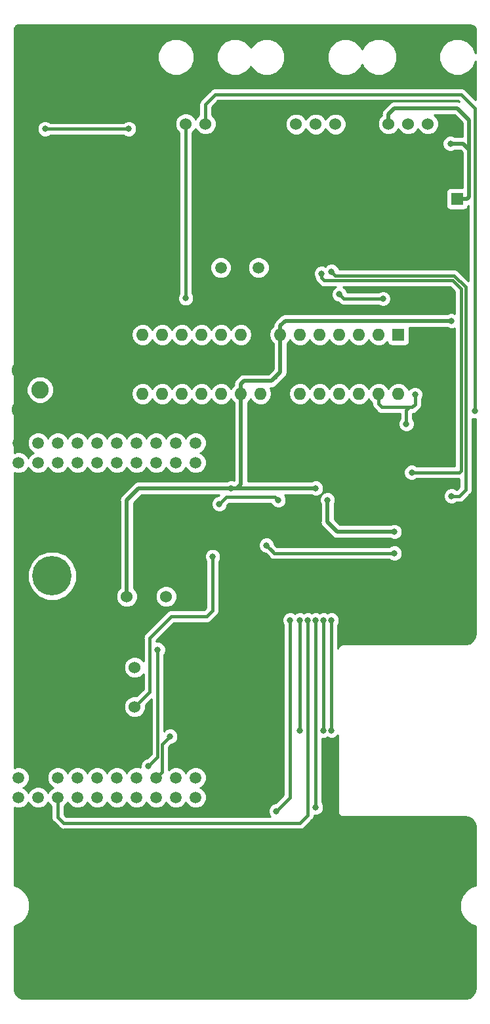
<source format=gbr>
G04 #@! TF.GenerationSoftware,KiCad,Pcbnew,(5.0.2)-1*
G04 #@! TF.CreationDate,2019-03-24T13:01:03-05:00*
G04 #@! TF.ProjectId,NavBoard_Hardware,4e617642-6f61-4726-945f-486172647761,rev?*
G04 #@! TF.SameCoordinates,Original*
G04 #@! TF.FileFunction,Copper,L2,Bot*
G04 #@! TF.FilePolarity,Positive*
%FSLAX46Y46*%
G04 Gerber Fmt 4.6, Leading zero omitted, Abs format (unit mm)*
G04 Created by KiCad (PCBNEW (5.0.2)-1) date 3/24/2019 1:01:03 PM*
%MOMM*%
%LPD*%
G01*
G04 APERTURE LIST*
G04 #@! TA.AperFunction,ComponentPad*
%ADD10C,1.520000*%
G04 #@! TD*
G04 #@! TA.AperFunction,ComponentPad*
%ADD11R,1.600000X1.600000*%
G04 #@! TD*
G04 #@! TA.AperFunction,ComponentPad*
%ADD12O,1.600000X1.600000*%
G04 #@! TD*
G04 #@! TA.AperFunction,ComponentPad*
%ADD13C,1.524000*%
G04 #@! TD*
G04 #@! TA.AperFunction,ComponentPad*
%ADD14C,1.500000*%
G04 #@! TD*
G04 #@! TA.AperFunction,ComponentPad*
%ADD15C,2.250000*%
G04 #@! TD*
G04 #@! TA.AperFunction,ComponentPad*
%ADD16C,5.080000*%
G04 #@! TD*
G04 #@! TA.AperFunction,ComponentPad*
%ADD17C,1.600000*%
G04 #@! TD*
G04 #@! TA.AperFunction,ViaPad*
%ADD18C,0.800000*%
G04 #@! TD*
G04 #@! TA.AperFunction,Conductor*
%ADD19C,0.381000*%
G04 #@! TD*
G04 #@! TA.AperFunction,Conductor*
%ADD20C,0.508000*%
G04 #@! TD*
G04 #@! TA.AperFunction,Conductor*
%ADD21C,0.254000*%
G04 #@! TD*
G04 APERTURE END LIST*
D10*
G04 #@! TO.P,U1,PP2*
G04 #@! TO.N,Net-(U1-PadPP2)*
X138430000Y-80010000D03*
G04 #@! TO.P,U1,PN3*
G04 #@! TO.N,Net-(U1-PadPN3)*
X135890000Y-80010000D03*
G04 #@! TO.P,U1,PN2*
G04 #@! TO.N,Net-(U1-PadPN2)*
X133350000Y-80010000D03*
G04 #@! TO.P,U1,PD0*
G04 #@! TO.N,Net-(U1-PadPD0)*
X130810000Y-80010000D03*
G04 #@! TO.P,U1,PD1*
G04 #@! TO.N,Net-(U1-PadPD1)*
X128270000Y-80010000D03*
G04 #@! TO.P,U1,Rese*
G04 #@! TO.N,Net-(U1-PadRese)*
X125730000Y-80010000D03*
G04 #@! TO.P,U1,PH3*
G04 #@! TO.N,Net-(U1-PadPH3)*
X123190000Y-80010000D03*
G04 #@! TO.P,U1,PH2*
G04 #@! TO.N,Net-(U1-PadPH2)*
X120650000Y-80010000D03*
G04 #@! TO.P,U1,PM3*
G04 #@! TO.N,Net-(U1-PadPM3)*
X118110000Y-80010000D03*
G04 #@! TO.P,U1,GND*
G04 #@! TO.N,GND*
X115570000Y-80010000D03*
G04 #@! TO.P,U1,PL3*
G04 #@! TO.N,Net-(U1-PadPL3)*
X138430000Y-82550000D03*
G04 #@! TO.P,U1,PL2*
G04 #@! TO.N,Net-(U1-PadPL2)*
X135890000Y-82550000D03*
G04 #@! TO.P,U1,PL1*
G04 #@! TO.N,Net-(U1-PadPL1)*
X133350000Y-82550000D03*
G04 #@! TO.P,U1,PL0*
G04 #@! TO.N,Net-(U1-PadPL0)*
X130810000Y-82550000D03*
G04 #@! TO.P,U1,PL5*
G04 #@! TO.N,Net-(U1-PadPL5)*
X128270000Y-82550000D03*
G04 #@! TO.P,U1,PL4*
G04 #@! TO.N,Net-(U1-PadPL4)*
X125730000Y-82550000D03*
G04 #@! TO.P,U1,PG0*
G04 #@! TO.N,Net-(U1-PadPG0)*
X123190000Y-82550000D03*
G04 #@! TO.P,U1,PF3*
G04 #@! TO.N,Net-(U1-PadPF3)*
X120650000Y-82550000D03*
G04 #@! TO.P,U1,PF2*
G04 #@! TO.N,Net-(U1-PadPF2)*
X118110000Y-82550000D03*
G04 #@! TO.P,U1,PF1*
G04 #@! TO.N,Net-(U1-PadPF1)*
X115570000Y-82550000D03*
G04 #@! TO.P,U1,PB3*
G04 #@! TO.N,Net-(U1-PadPB3)*
X138430000Y-125730000D03*
G04 #@! TO.P,U1,PB2*
G04 #@! TO.N,Net-(U1-PadPB2)*
X135890000Y-125730000D03*
G04 #@! TO.P,U1,PC7*
G04 #@! TO.N,TIVA_TX*
X133350000Y-125730000D03*
G04 #@! TO.P,U1,PD3*
G04 #@! TO.N,Net-(U1-PadPD3)*
X130810000Y-125730000D03*
G04 #@! TO.P,U1,PE5*
G04 #@! TO.N,Net-(U1-PadPE5)*
X128270000Y-125730000D03*
G04 #@! TO.P,U1,PC6*
G04 #@! TO.N,TIVA_RX*
X125730000Y-125730000D03*
G04 #@! TO.P,U1,PC5*
G04 #@! TO.N,GPS_TX*
X123190000Y-125730000D03*
G04 #@! TO.P,U1,PC4*
G04 #@! TO.N,GPS_RX*
X120650000Y-125730000D03*
G04 #@! TO.P,U1,PE4*
G04 #@! TO.N,Net-(U1-PadPE4)*
X118110000Y-125730000D03*
G04 #@! TO.P,U1,+3V3*
G04 #@! TO.N,+3V3*
X115570000Y-125730000D03*
G04 #@! TO.P,U1,PM5*
G04 #@! TO.N,Net-(U1-PadPM5)*
X138430000Y-123190000D03*
G04 #@! TO.P,U1,PM4*
G04 #@! TO.N,Net-(U1-PadPM4)*
X135890000Y-123190000D03*
G04 #@! TO.P,U1,PA6*
G04 #@! TO.N,IMU_RX*
X133350000Y-123190000D03*
G04 #@! TO.P,U1,PD7*
G04 #@! TO.N,Net-(U1-PadPD7)*
X130810000Y-123190000D03*
G04 #@! TO.P,U1,PE3*
G04 #@! TO.N,Net-(U1-PadPE3)*
X128270000Y-123190000D03*
G04 #@! TO.P,U1,PE2*
G04 #@! TO.N,SW_Flg2*
X125730000Y-123190000D03*
G04 #@! TO.P,U1,PE1*
G04 #@! TO.N,SW_Flg1*
X123190000Y-123190000D03*
G04 #@! TO.P,U1,PE0*
G04 #@! TO.N,Error_LED*
X120650000Y-123190000D03*
G04 #@! TO.P,U1,GND*
G04 #@! TO.N,GND*
X118110000Y-123190000D03*
G04 #@! TO.P,U1,+5V*
G04 #@! TO.N,+5V*
X115570000Y-123190000D03*
G04 #@! TD*
D11*
G04 #@! TO.P,U2,1*
G04 #@! TO.N,RESET*
X164592000Y-66040000D03*
D12*
G04 #@! TO.P,U2,15*
G04 #@! TO.N,Net-(U2-Pad15)*
X131572000Y-73660000D03*
G04 #@! TO.P,U2,2*
G04 #@! TO.N,Net-(R5-Pad2)*
X162052000Y-66040000D03*
G04 #@! TO.P,U2,16*
G04 #@! TO.N,Net-(U2-Pad16)*
X134112000Y-73660000D03*
G04 #@! TO.P,U2,3*
G04 #@! TO.N,Net-(R6-Pad2)*
X159512000Y-66040000D03*
G04 #@! TO.P,U2,17*
G04 #@! TO.N,Net-(U2-Pad17)*
X136652000Y-73660000D03*
G04 #@! TO.P,U2,4*
G04 #@! TO.N,ATM_RX*
X156972000Y-66040000D03*
G04 #@! TO.P,U2,18*
G04 #@! TO.N,Net-(U2-Pad18)*
X139192000Y-73660000D03*
G04 #@! TO.P,U2,5*
G04 #@! TO.N,ATM_TX*
X154432000Y-66040000D03*
G04 #@! TO.P,U2,19*
G04 #@! TO.N,Net-(U2-Pad19)*
X141732000Y-73660000D03*
G04 #@! TO.P,U2,6*
G04 #@! TO.N,Net-(U2-Pad6)*
X151892000Y-66040000D03*
G04 #@! TO.P,U2,20*
G04 #@! TO.N,+5V*
X144272000Y-73660000D03*
G04 #@! TO.P,U2,7*
X149352000Y-66040000D03*
G04 #@! TO.P,U2,21*
G04 #@! TO.N,Net-(U2-Pad21)*
X146812000Y-73660000D03*
G04 #@! TO.P,U2,8*
G04 #@! TO.N,GND*
X146812000Y-66040000D03*
G04 #@! TO.P,U2,22*
X149352000Y-73660000D03*
G04 #@! TO.P,U2,9*
G04 #@! TO.N,Net-(C2-Pad1)*
X144272000Y-66040000D03*
G04 #@! TO.P,U2,23*
G04 #@! TO.N,Net-(U2-Pad23)*
X151892000Y-73660000D03*
G04 #@! TO.P,U2,10*
G04 #@! TO.N,Net-(C6-Pad1)*
X141732000Y-66040000D03*
G04 #@! TO.P,U2,24*
G04 #@! TO.N,Net-(U2-Pad24)*
X154432000Y-73660000D03*
G04 #@! TO.P,U2,11*
G04 #@! TO.N,Net-(U2-Pad11)*
X139192000Y-66040000D03*
G04 #@! TO.P,U2,25*
G04 #@! TO.N,Net-(U2-Pad25)*
X156972000Y-73660000D03*
G04 #@! TO.P,U2,12*
G04 #@! TO.N,Net-(U2-Pad12)*
X136652000Y-66040000D03*
G04 #@! TO.P,U2,26*
G04 #@! TO.N,Net-(U2-Pad26)*
X159512000Y-73660000D03*
G04 #@! TO.P,U2,13*
G04 #@! TO.N,Net-(U2-Pad13)*
X134112000Y-66040000D03*
G04 #@! TO.P,U2,27*
G04 #@! TO.N,LIDAR_SDA*
X162052000Y-73660000D03*
G04 #@! TO.P,U2,14*
G04 #@! TO.N,Net-(U2-Pad14)*
X131572000Y-66040000D03*
G04 #@! TO.P,U2,28*
G04 #@! TO.N,LIDAR_SCL*
X164592000Y-73660000D03*
G04 #@! TD*
D13*
G04 #@! TO.P,U4,3*
G04 #@! TO.N,+3V3*
X130556000Y-114046000D03*
G04 #@! TO.P,U4,2*
G04 #@! TO.N,GND*
X130556000Y-111506000D03*
G04 #@! TO.P,U4,1*
G04 #@! TO.N,Net-(C10-Pad1)*
X130556000Y-108966000D03*
G04 #@! TD*
D14*
G04 #@! TO.P,Y1,2*
G04 #@! TO.N,Net-(C6-Pad1)*
X141678000Y-57404000D03*
G04 #@! TO.P,Y1,1*
G04 #@! TO.N,Net-(C2-Pad1)*
X146558000Y-57404000D03*
G04 #@! TD*
D13*
G04 #@! TO.P,Conn4,1*
G04 #@! TO.N,GND*
X148866800Y-38887400D03*
G04 #@! TO.P,Conn4,2*
G04 #@! TO.N,Programming_RX*
X151406800Y-38887400D03*
G04 #@! TO.P,Conn4,3*
G04 #@! TO.N,Programming_TX*
X153946800Y-38887400D03*
G04 #@! TO.P,Conn4,4*
G04 #@! TO.N,RESET*
X156486800Y-38887400D03*
G04 #@! TD*
D15*
G04 #@! TO.P,J1,2*
G04 #@! TO.N,GND*
X120914000Y-70602000D03*
X115814000Y-70602000D03*
X115814000Y-75702000D03*
X120914000Y-75702000D03*
G04 #@! TO.P,J1,1*
G04 #@! TO.N,/EXAnt*
X118364000Y-73152000D03*
G04 #@! TD*
D16*
G04 #@! TO.P,Conn1,1*
G04 #@! TO.N,GND*
X119913400Y-89281000D03*
G04 #@! TO.P,Conn1,2*
G04 #@! TO.N,Net-(C10-Pad1)*
X119913400Y-97155000D03*
G04 #@! TD*
D13*
G04 #@! TO.P,Conn2,4*
G04 #@! TO.N,GND*
X170942000Y-38862000D03*
G04 #@! TO.P,Conn2,3*
G04 #@! TO.N,LIDAR_SDA*
X168402000Y-38862000D03*
G04 #@! TO.P,Conn2,2*
G04 #@! TO.N,LIDAR_SCL*
X165862000Y-38862000D03*
G04 #@! TO.P,Conn2,1*
G04 #@! TO.N,+5V*
X163322000Y-38862000D03*
G04 #@! TD*
G04 #@! TO.P,U3,3*
G04 #@! TO.N,+5V*
X129540000Y-99822000D03*
G04 #@! TO.P,U3,2*
G04 #@! TO.N,GND*
X132080000Y-99822000D03*
G04 #@! TO.P,U3,1*
G04 #@! TO.N,Net-(C10-Pad1)*
X134620000Y-99822000D03*
G04 #@! TD*
D17*
G04 #@! TO.P,C7,2*
G04 #@! TO.N,GND*
X169672000Y-48514000D03*
D11*
G04 #@! TO.P,C7,1*
G04 #@! TO.N,+5V*
X172172000Y-48514000D03*
G04 #@! TD*
D13*
G04 #@! TO.P,Conn3,1*
G04 #@! TO.N,+3V3*
X137160000Y-38862000D03*
G04 #@! TO.P,Conn3,2*
G04 #@! TO.N,IMU_RX*
X139700000Y-38862000D03*
G04 #@! TO.P,Conn3,3*
G04 #@! TO.N,GND*
X142240000Y-38862000D03*
G04 #@! TD*
D18*
G04 #@! TO.N,GND*
X171424600Y-75117400D03*
X171386500Y-77597000D03*
X137160000Y-114300000D03*
X137160000Y-106680000D03*
X142240000Y-106680000D03*
X142240000Y-114300000D03*
X147320000Y-114300000D03*
X147320000Y-106680000D03*
X147320000Y-124460000D03*
X142240000Y-124460000D03*
X154940000Y-129540000D03*
X116840000Y-129540000D03*
X119380000Y-104140000D03*
X124460000Y-87376000D03*
X124460000Y-93218000D03*
X138176000Y-93218000D03*
X149860000Y-78740000D03*
X149860000Y-83820000D03*
X127000000Y-76200000D03*
X127000000Y-71120000D03*
X121920000Y-66040000D03*
X127000000Y-66040000D03*
X127000000Y-45720000D03*
X121920000Y-45720000D03*
X121920000Y-55880000D03*
X127000000Y-55880000D03*
X121920000Y-50800000D03*
X127000000Y-50800000D03*
X162560000Y-45720000D03*
X162560000Y-50800000D03*
X162560000Y-55880000D03*
X152400000Y-48260000D03*
X142240000Y-48260000D03*
X142240000Y-43180000D03*
X152400000Y-43180000D03*
X152400000Y-53340000D03*
X152400000Y-58420000D03*
X157480000Y-78740000D03*
X157480000Y-83820000D03*
X119380000Y-116840000D03*
X124460000Y-116840000D03*
X168402000Y-69596000D03*
X164084000Y-69596000D03*
X138176000Y-87376000D03*
X142494000Y-78740000D03*
X142494000Y-83820000D03*
X119380000Y-110490000D03*
X173736000Y-91440000D03*
X173736000Y-96520000D03*
X173736000Y-101854000D03*
G04 #@! TO.N,VBACKUP*
X129794000Y-39511000D03*
X119013000Y-39511000D03*
G04 #@! TO.N,+3V3*
X140632000Y-94658000D03*
X141478000Y-87884000D03*
X149098000Y-87376000D03*
X137160000Y-61341000D03*
X137160000Y-61341000D03*
X147574000Y-93218000D03*
X164084000Y-94234000D03*
G04 #@! TO.N,+5V*
X171323000Y-41402000D03*
X153924000Y-85852000D03*
X171450000Y-64262000D03*
X143002000Y-85852000D03*
X155448000Y-87376000D03*
X164084000Y-91452700D03*
G04 #@! TO.N,LIDAR_SDA*
X165633400Y-77571600D03*
X166770020Y-73761600D03*
G04 #@! TO.N,Error_LED*
X154940000Y-102870000D03*
X154940000Y-117094000D03*
G04 #@! TO.N,SW_Flg1*
X155956000Y-102870000D03*
X155956000Y-117094000D03*
G04 #@! TO.N,IMU_RX*
X174498000Y-75907900D03*
X151892000Y-102870000D03*
X151892000Y-117094000D03*
X135128000Y-117856000D03*
G04 #@! TO.N,GPS_RX*
X154686000Y-58166000D03*
X152908000Y-102870000D03*
X166317000Y-83820000D03*
G04 #@! TO.N,GPS_TX*
X155956000Y-57912000D03*
X171450000Y-86868000D03*
X153924000Y-102870000D03*
X153924000Y-127000000D03*
G04 #@! TO.N,Programming_RX*
X156971500Y-60833000D03*
X162623500Y-61404500D03*
G04 #@! TO.N,TIVA_RX*
X133527800Y-106680000D03*
X132308600Y-121694500D03*
G04 #@! TO.N,TIVA_TX*
X148844000Y-127508000D03*
X150622000Y-102870000D03*
G04 #@! TD*
D19*
G04 #@! TO.N,GND*
X171424600Y-75117400D02*
X171424600Y-77558900D01*
X171424600Y-77558900D02*
X171386500Y-77597000D01*
G04 #@! TO.N,VBACKUP*
X119013000Y-39511000D02*
X129794000Y-39511000D01*
G04 #@! TO.N,+3V3*
X141877999Y-87484001D02*
X141478000Y-87884000D01*
X142385999Y-86976001D02*
X141877999Y-87484001D01*
X148698001Y-86976001D02*
X142385999Y-86976001D01*
X149098000Y-87376000D02*
X148698001Y-86976001D01*
X137160000Y-61341000D02*
X137160000Y-38862000D01*
X132511800Y-112090200D02*
X130556000Y-114046000D01*
X132511800Y-105156000D02*
X132511800Y-112090200D01*
X135267700Y-102400100D02*
X132511800Y-105156000D01*
X140632000Y-101633200D02*
X139865100Y-102400100D01*
X139865100Y-102400100D02*
X135267700Y-102400100D01*
X140632000Y-94658000D02*
X140632000Y-101633200D01*
X148367801Y-94011801D02*
X147574000Y-93218000D01*
X148590000Y-94234000D02*
X147574000Y-93218000D01*
X164084000Y-94234000D02*
X148590000Y-94234000D01*
D20*
G04 #@! TO.N,+5V*
X149352000Y-64908630D02*
X149998630Y-64262000D01*
X149352000Y-66040000D02*
X149352000Y-64908630D01*
X149998630Y-64262000D02*
X167640000Y-64262000D01*
X149352000Y-66040000D02*
X149352000Y-70866000D01*
X149352000Y-70866000D02*
X148717000Y-71501000D01*
D19*
X148717000Y-71501000D02*
X148717000Y-71564500D01*
D20*
X144272000Y-72390000D02*
X144272000Y-73660000D01*
X144653000Y-72009000D02*
X144272000Y-72390000D01*
X148209000Y-72009000D02*
X144653000Y-72009000D01*
X148717000Y-71501000D02*
X148209000Y-72009000D01*
X163322000Y-37592000D02*
X163322000Y-38862000D01*
X172974000Y-41402000D02*
X173736000Y-42164000D01*
X171323000Y-41402000D02*
X172974000Y-41402000D01*
X173736000Y-42164000D02*
X173736000Y-38354000D01*
X172212000Y-36830000D02*
X164084000Y-36830000D01*
X173736000Y-38354000D02*
X172212000Y-36830000D01*
X164084000Y-36830000D02*
X163322000Y-37592000D01*
X173736000Y-42164000D02*
X173736000Y-48260000D01*
X173482000Y-48514000D02*
X172172000Y-48514000D01*
X173736000Y-48260000D02*
X173482000Y-48514000D01*
X152400000Y-85852000D02*
X153924000Y-85852000D01*
X167640000Y-64262000D02*
X171450000Y-64262000D01*
X156705300Y-91452700D02*
X155448000Y-90195400D01*
X164084000Y-91452700D02*
X156705300Y-91452700D01*
X155448000Y-87376000D02*
X155448000Y-90195400D01*
X144272000Y-85344000D02*
X143764000Y-85852000D01*
X144272000Y-73660000D02*
X144272000Y-85344000D01*
X143002000Y-85852000D02*
X143764000Y-85852000D01*
X143764000Y-85852000D02*
X152400000Y-85852000D01*
X141033500Y-85852000D02*
X143002000Y-85852000D01*
X131064000Y-85852000D02*
X141033500Y-85852000D01*
X129540000Y-99822000D02*
X129540000Y-87376000D01*
X129540000Y-87376000D02*
X131064000Y-85852000D01*
D19*
G04 #@! TO.N,LIDAR_SDA*
X162052000Y-74980800D02*
X162052000Y-73660000D01*
X162490180Y-75418980D02*
X162052000Y-74980800D01*
X166217600Y-75418980D02*
X162490180Y-75418980D01*
X166217600Y-75418980D02*
X166008020Y-75418980D01*
X166008020Y-75418980D02*
X165633400Y-75793600D01*
X165633400Y-75793600D02*
X165633400Y-77571600D01*
X166217600Y-75418980D02*
X166389020Y-75418980D01*
X166770020Y-75037980D02*
X166770020Y-73761600D01*
X166389020Y-75418980D02*
X166770020Y-75037980D01*
G04 #@! TO.N,Error_LED*
X154940000Y-102870000D02*
X154940000Y-117094000D01*
G04 #@! TO.N,SW_Flg1*
X155956000Y-102870000D02*
X155956000Y-117094000D01*
G04 #@! TO.N,IMU_RX*
X139700000Y-36322000D02*
X140970000Y-35052000D01*
X139700000Y-38862000D02*
X139700000Y-36322000D01*
X140970000Y-35052000D02*
X172720000Y-35052000D01*
X172720000Y-35052000D02*
X174498000Y-36830000D01*
X174498000Y-36830000D02*
X174498000Y-75907900D01*
X151892000Y-102870000D02*
X151892000Y-103435685D01*
X151892000Y-103435685D02*
X151892000Y-117094000D01*
X135128000Y-117856000D02*
X134112000Y-118872000D01*
X134112000Y-122428000D02*
X133350000Y-123190000D01*
X134112000Y-118872000D02*
X134112000Y-122428000D01*
G04 #@! TO.N,GPS_RX*
X152908000Y-102870000D02*
X152908000Y-128016000D01*
X152908000Y-128016000D02*
X151892000Y-129032000D01*
X151892000Y-129032000D02*
X121412000Y-129032000D01*
X121412000Y-129032000D02*
X120650000Y-128270000D01*
X120650000Y-128270000D02*
X120650000Y-125730000D01*
X171704000Y-83820000D02*
X166317000Y-83820000D01*
X172466000Y-83820000D02*
X171704000Y-83820000D01*
X172720000Y-83566000D02*
X172466000Y-83820000D01*
X154686000Y-58166000D02*
X154686000Y-58731685D01*
X154686000Y-58731685D02*
X155028314Y-59073999D01*
X155028314Y-59073999D02*
X171640509Y-59073999D01*
X171640509Y-59073999D02*
X172720000Y-60153490D01*
X172720000Y-60153490D02*
X172720000Y-83566000D01*
G04 #@! TO.N,GPS_TX*
X156464000Y-58420000D02*
X155956000Y-57912000D01*
X171808182Y-58420000D02*
X156464000Y-58420000D01*
X173301009Y-59912827D02*
X171808182Y-58420000D01*
X173301010Y-86032990D02*
X173301009Y-59912827D01*
X172466000Y-86868000D02*
X173301010Y-86032990D01*
X171450000Y-86868000D02*
X172466000Y-86868000D01*
X153924000Y-126492000D02*
X153924000Y-102870000D01*
X153924000Y-126492000D02*
X153924000Y-127000000D01*
G04 #@! TO.N,Programming_RX*
X157371499Y-61232999D02*
X157371999Y-61232999D01*
X157543500Y-61404500D02*
X162623500Y-61404500D01*
X157371999Y-61232999D02*
X157543500Y-61404500D01*
X156971500Y-60833000D02*
X157371499Y-61232999D01*
G04 #@! TO.N,TIVA_RX*
X133527800Y-120475300D02*
X132308600Y-121694500D01*
X133527800Y-106680000D02*
X133527800Y-120475300D01*
G04 #@! TO.N,TIVA_TX*
X148844000Y-127508000D02*
X149352000Y-127000000D01*
X149352000Y-127000000D02*
X149860000Y-126492000D01*
X149860000Y-126492000D02*
X150622000Y-125730000D01*
X150622000Y-125730000D02*
X150622000Y-102870000D01*
G04 #@! TD*
D21*
G04 #@! TO.N,GND*
G36*
X156770001Y-127438069D02*
X156756091Y-127508000D01*
X156811195Y-127785028D01*
X156968119Y-128019881D01*
X157202972Y-128176805D01*
X157410074Y-128218000D01*
X157410075Y-128218000D01*
X157480000Y-128231909D01*
X157549926Y-128218000D01*
X173177419Y-128218000D01*
X173597009Y-128278090D01*
X173936352Y-128432381D01*
X174218752Y-128675712D01*
X174421506Y-128988523D01*
X174535348Y-129369184D01*
X174550000Y-129566350D01*
X174550001Y-137057281D01*
X174464491Y-137083423D01*
X174372033Y-137110460D01*
X174364159Y-137114098D01*
X173842644Y-137358948D01*
X173762075Y-137411872D01*
X173680927Y-137463768D01*
X173674390Y-137469470D01*
X173242558Y-137850851D01*
X173180096Y-137924244D01*
X173116760Y-137996847D01*
X173112087Y-138004154D01*
X172804654Y-138491407D01*
X172765298Y-138579387D01*
X172724889Y-138666840D01*
X172722457Y-138675160D01*
X172722454Y-138675166D01*
X172722453Y-138675173D01*
X172564134Y-139229118D01*
X172551056Y-139324586D01*
X172536813Y-139419890D01*
X172536813Y-139428564D01*
X172540333Y-140004687D01*
X172554588Y-140100068D01*
X172567654Y-140195455D01*
X172570088Y-140203781D01*
X172735164Y-140755758D01*
X172775591Y-140843250D01*
X172814930Y-140931194D01*
X172819603Y-140938501D01*
X173132966Y-141421961D01*
X173196328Y-141494594D01*
X173258763Y-141567955D01*
X173265296Y-141573654D01*
X173265300Y-141573658D01*
X173265305Y-141573661D01*
X173701759Y-141949734D01*
X173782942Y-142001653D01*
X173863475Y-142054554D01*
X173871346Y-142058190D01*
X173871349Y-142058192D01*
X173871352Y-142058193D01*
X174395817Y-142296653D01*
X174488309Y-142323700D01*
X174550000Y-142342561D01*
X174550001Y-150317412D01*
X174489910Y-150737009D01*
X174335619Y-151076352D01*
X174092288Y-151358752D01*
X173779479Y-151561506D01*
X173398815Y-151675348D01*
X173201649Y-151690000D01*
X116382581Y-151690000D01*
X115962991Y-151629910D01*
X115623648Y-151475619D01*
X115341248Y-151232288D01*
X115138494Y-150919479D01*
X115024652Y-150538815D01*
X115010000Y-150341649D01*
X115010000Y-142342719D01*
X115095509Y-142316577D01*
X115187967Y-142289540D01*
X115195841Y-142285902D01*
X115717356Y-142041052D01*
X115797925Y-141988128D01*
X115879073Y-141936232D01*
X115885610Y-141930530D01*
X116317442Y-141549149D01*
X116379887Y-141475776D01*
X116443240Y-141403153D01*
X116447913Y-141395846D01*
X116755346Y-140908593D01*
X116794687Y-140820645D01*
X116835111Y-140733160D01*
X116837545Y-140724835D01*
X116995866Y-140170882D01*
X117008943Y-140075421D01*
X117023187Y-139980111D01*
X117023187Y-139971436D01*
X117019667Y-139395313D01*
X117005414Y-139299943D01*
X116992346Y-139204544D01*
X116989912Y-139196219D01*
X116824836Y-138644241D01*
X116784418Y-138556769D01*
X116745071Y-138468806D01*
X116740397Y-138461499D01*
X116427034Y-137978040D01*
X116363707Y-137905447D01*
X116301237Y-137832045D01*
X116294700Y-137826343D01*
X115858241Y-137450266D01*
X115777058Y-137398347D01*
X115696525Y-137345446D01*
X115688654Y-137341810D01*
X115688651Y-137341808D01*
X115688648Y-137341807D01*
X115164183Y-137103347D01*
X115071691Y-137076300D01*
X115010000Y-137057439D01*
X115010000Y-127007978D01*
X115292517Y-127125000D01*
X115847483Y-127125000D01*
X116360204Y-126912624D01*
X116752624Y-126520204D01*
X116840000Y-126309260D01*
X116927376Y-126520204D01*
X117319796Y-126912624D01*
X117832517Y-127125000D01*
X118387483Y-127125000D01*
X118900204Y-126912624D01*
X119292624Y-126520204D01*
X119380000Y-126309260D01*
X119467376Y-126520204D01*
X119824501Y-126877329D01*
X119824500Y-128188698D01*
X119808328Y-128270000D01*
X119824500Y-128351301D01*
X119824500Y-128351302D01*
X119872396Y-128592093D01*
X120054848Y-128865152D01*
X120123777Y-128911209D01*
X120770793Y-129558226D01*
X120816848Y-129627152D01*
X120885773Y-129673206D01*
X121089905Y-129809604D01*
X121412000Y-129873672D01*
X121493303Y-129857500D01*
X151810699Y-129857500D01*
X151892000Y-129873672D01*
X151973301Y-129857500D01*
X151973303Y-129857500D01*
X152214094Y-129809604D01*
X152487152Y-129627152D01*
X152533209Y-129558223D01*
X153434226Y-128657207D01*
X153503152Y-128611152D01*
X153685604Y-128338094D01*
X153733500Y-128097303D01*
X153733500Y-128097302D01*
X153745893Y-128035000D01*
X154129874Y-128035000D01*
X154510280Y-127877431D01*
X154801431Y-127586280D01*
X154959000Y-127205874D01*
X154959000Y-126794126D01*
X154801431Y-126413720D01*
X154749500Y-126361789D01*
X154749500Y-118129000D01*
X155145874Y-118129000D01*
X155448000Y-118003856D01*
X155750126Y-118129000D01*
X156161874Y-118129000D01*
X156542280Y-117971431D01*
X156770001Y-117743710D01*
X156770001Y-127438069D01*
X156770001Y-127438069D01*
G37*
X156770001Y-127438069D02*
X156756091Y-127508000D01*
X156811195Y-127785028D01*
X156968119Y-128019881D01*
X157202972Y-128176805D01*
X157410074Y-128218000D01*
X157410075Y-128218000D01*
X157480000Y-128231909D01*
X157549926Y-128218000D01*
X173177419Y-128218000D01*
X173597009Y-128278090D01*
X173936352Y-128432381D01*
X174218752Y-128675712D01*
X174421506Y-128988523D01*
X174535348Y-129369184D01*
X174550000Y-129566350D01*
X174550001Y-137057281D01*
X174464491Y-137083423D01*
X174372033Y-137110460D01*
X174364159Y-137114098D01*
X173842644Y-137358948D01*
X173762075Y-137411872D01*
X173680927Y-137463768D01*
X173674390Y-137469470D01*
X173242558Y-137850851D01*
X173180096Y-137924244D01*
X173116760Y-137996847D01*
X173112087Y-138004154D01*
X172804654Y-138491407D01*
X172765298Y-138579387D01*
X172724889Y-138666840D01*
X172722457Y-138675160D01*
X172722454Y-138675166D01*
X172722453Y-138675173D01*
X172564134Y-139229118D01*
X172551056Y-139324586D01*
X172536813Y-139419890D01*
X172536813Y-139428564D01*
X172540333Y-140004687D01*
X172554588Y-140100068D01*
X172567654Y-140195455D01*
X172570088Y-140203781D01*
X172735164Y-140755758D01*
X172775591Y-140843250D01*
X172814930Y-140931194D01*
X172819603Y-140938501D01*
X173132966Y-141421961D01*
X173196328Y-141494594D01*
X173258763Y-141567955D01*
X173265296Y-141573654D01*
X173265300Y-141573658D01*
X173265305Y-141573661D01*
X173701759Y-141949734D01*
X173782942Y-142001653D01*
X173863475Y-142054554D01*
X173871346Y-142058190D01*
X173871349Y-142058192D01*
X173871352Y-142058193D01*
X174395817Y-142296653D01*
X174488309Y-142323700D01*
X174550000Y-142342561D01*
X174550001Y-150317412D01*
X174489910Y-150737009D01*
X174335619Y-151076352D01*
X174092288Y-151358752D01*
X173779479Y-151561506D01*
X173398815Y-151675348D01*
X173201649Y-151690000D01*
X116382581Y-151690000D01*
X115962991Y-151629910D01*
X115623648Y-151475619D01*
X115341248Y-151232288D01*
X115138494Y-150919479D01*
X115024652Y-150538815D01*
X115010000Y-150341649D01*
X115010000Y-142342719D01*
X115095509Y-142316577D01*
X115187967Y-142289540D01*
X115195841Y-142285902D01*
X115717356Y-142041052D01*
X115797925Y-141988128D01*
X115879073Y-141936232D01*
X115885610Y-141930530D01*
X116317442Y-141549149D01*
X116379887Y-141475776D01*
X116443240Y-141403153D01*
X116447913Y-141395846D01*
X116755346Y-140908593D01*
X116794687Y-140820645D01*
X116835111Y-140733160D01*
X116837545Y-140724835D01*
X116995866Y-140170882D01*
X117008943Y-140075421D01*
X117023187Y-139980111D01*
X117023187Y-139971436D01*
X117019667Y-139395313D01*
X117005414Y-139299943D01*
X116992346Y-139204544D01*
X116989912Y-139196219D01*
X116824836Y-138644241D01*
X116784418Y-138556769D01*
X116745071Y-138468806D01*
X116740397Y-138461499D01*
X116427034Y-137978040D01*
X116363707Y-137905447D01*
X116301237Y-137832045D01*
X116294700Y-137826343D01*
X115858241Y-137450266D01*
X115777058Y-137398347D01*
X115696525Y-137345446D01*
X115688654Y-137341810D01*
X115688651Y-137341808D01*
X115688648Y-137341807D01*
X115164183Y-137103347D01*
X115071691Y-137076300D01*
X115010000Y-137057439D01*
X115010000Y-127007978D01*
X115292517Y-127125000D01*
X115847483Y-127125000D01*
X116360204Y-126912624D01*
X116752624Y-126520204D01*
X116840000Y-126309260D01*
X116927376Y-126520204D01*
X117319796Y-126912624D01*
X117832517Y-127125000D01*
X118387483Y-127125000D01*
X118900204Y-126912624D01*
X119292624Y-126520204D01*
X119380000Y-126309260D01*
X119467376Y-126520204D01*
X119824501Y-126877329D01*
X119824500Y-128188698D01*
X119808328Y-128270000D01*
X119824500Y-128351301D01*
X119824500Y-128351302D01*
X119872396Y-128592093D01*
X120054848Y-128865152D01*
X120123777Y-128911209D01*
X120770793Y-129558226D01*
X120816848Y-129627152D01*
X120885773Y-129673206D01*
X121089905Y-129809604D01*
X121412000Y-129873672D01*
X121493303Y-129857500D01*
X151810699Y-129857500D01*
X151892000Y-129873672D01*
X151973301Y-129857500D01*
X151973303Y-129857500D01*
X152214094Y-129809604D01*
X152487152Y-129627152D01*
X152533209Y-129558223D01*
X153434226Y-128657207D01*
X153503152Y-128611152D01*
X153685604Y-128338094D01*
X153733500Y-128097303D01*
X153733500Y-128097302D01*
X153745893Y-128035000D01*
X154129874Y-128035000D01*
X154510280Y-127877431D01*
X154801431Y-127586280D01*
X154959000Y-127205874D01*
X154959000Y-126794126D01*
X154801431Y-126413720D01*
X154749500Y-126361789D01*
X154749500Y-118129000D01*
X155145874Y-118129000D01*
X155448000Y-118003856D01*
X155750126Y-118129000D01*
X156161874Y-118129000D01*
X156542280Y-117971431D01*
X156770001Y-117743710D01*
X156770001Y-127438069D01*
G36*
X174177787Y-26154065D02*
X174342920Y-26249405D01*
X174465488Y-26395477D01*
X174541555Y-26604465D01*
X174550000Y-26700996D01*
X174550000Y-29703455D01*
X174212711Y-28889167D01*
X173548833Y-28225289D01*
X172681433Y-27866000D01*
X171742567Y-27866000D01*
X170875167Y-28225289D01*
X170211289Y-28889167D01*
X169852000Y-29756567D01*
X169852000Y-30695433D01*
X170211289Y-31562833D01*
X170875167Y-32226711D01*
X171742567Y-32586000D01*
X172681433Y-32586000D01*
X173548833Y-32226711D01*
X174212711Y-31562833D01*
X174550000Y-30748545D01*
X174550000Y-35714568D01*
X173361209Y-34525777D01*
X173315152Y-34456848D01*
X173042094Y-34274396D01*
X172801303Y-34226500D01*
X172801301Y-34226500D01*
X172720000Y-34210328D01*
X172638699Y-34226500D01*
X141051297Y-34226500D01*
X140969999Y-34210329D01*
X140888701Y-34226500D01*
X140888697Y-34226500D01*
X140647906Y-34274396D01*
X140374848Y-34456848D01*
X140328793Y-34525774D01*
X139173775Y-35680793D01*
X139104849Y-35726848D01*
X139058794Y-35795774D01*
X138922397Y-35999906D01*
X138858328Y-36322000D01*
X138874501Y-36403306D01*
X138874500Y-37711843D01*
X138515680Y-38070663D01*
X138430000Y-38277513D01*
X138344320Y-38070663D01*
X137951337Y-37677680D01*
X137437881Y-37465000D01*
X136882119Y-37465000D01*
X136368663Y-37677680D01*
X135975680Y-38070663D01*
X135763000Y-38584119D01*
X135763000Y-39139881D01*
X135975680Y-39653337D01*
X136334501Y-40012158D01*
X136334500Y-60702789D01*
X136282569Y-60754720D01*
X136125000Y-61135126D01*
X136125000Y-61546874D01*
X136282569Y-61927280D01*
X136573720Y-62218431D01*
X136954126Y-62376000D01*
X137365874Y-62376000D01*
X137746280Y-62218431D01*
X138037431Y-61927280D01*
X138195000Y-61546874D01*
X138195000Y-61135126D01*
X138037431Y-60754720D01*
X137985500Y-60702789D01*
X137985500Y-57128506D01*
X140293000Y-57128506D01*
X140293000Y-57679494D01*
X140503853Y-58188540D01*
X140893460Y-58578147D01*
X141402506Y-58789000D01*
X141953494Y-58789000D01*
X142462540Y-58578147D01*
X142852147Y-58188540D01*
X143063000Y-57679494D01*
X143063000Y-57128506D01*
X145173000Y-57128506D01*
X145173000Y-57679494D01*
X145383853Y-58188540D01*
X145773460Y-58578147D01*
X146282506Y-58789000D01*
X146833494Y-58789000D01*
X147342540Y-58578147D01*
X147732147Y-58188540D01*
X147943000Y-57679494D01*
X147943000Y-57128506D01*
X147732147Y-56619460D01*
X147342540Y-56229853D01*
X146833494Y-56019000D01*
X146282506Y-56019000D01*
X145773460Y-56229853D01*
X145383853Y-56619460D01*
X145173000Y-57128506D01*
X143063000Y-57128506D01*
X142852147Y-56619460D01*
X142462540Y-56229853D01*
X141953494Y-56019000D01*
X141402506Y-56019000D01*
X140893460Y-56229853D01*
X140503853Y-56619460D01*
X140293000Y-57128506D01*
X137985500Y-57128506D01*
X137985500Y-40012157D01*
X138344320Y-39653337D01*
X138430000Y-39446487D01*
X138515680Y-39653337D01*
X138908663Y-40046320D01*
X139422119Y-40259000D01*
X139977881Y-40259000D01*
X140491337Y-40046320D01*
X140884320Y-39653337D01*
X141097000Y-39139881D01*
X141097000Y-38609519D01*
X150009800Y-38609519D01*
X150009800Y-39165281D01*
X150222480Y-39678737D01*
X150615463Y-40071720D01*
X151128919Y-40284400D01*
X151684681Y-40284400D01*
X152198137Y-40071720D01*
X152591120Y-39678737D01*
X152676800Y-39471887D01*
X152762480Y-39678737D01*
X153155463Y-40071720D01*
X153668919Y-40284400D01*
X154224681Y-40284400D01*
X154738137Y-40071720D01*
X155131120Y-39678737D01*
X155216800Y-39471887D01*
X155302480Y-39678737D01*
X155695463Y-40071720D01*
X156208919Y-40284400D01*
X156764681Y-40284400D01*
X157278137Y-40071720D01*
X157671120Y-39678737D01*
X157883800Y-39165281D01*
X157883800Y-38609519D01*
X157671120Y-38096063D01*
X157278137Y-37703080D01*
X156764681Y-37490400D01*
X156208919Y-37490400D01*
X155695463Y-37703080D01*
X155302480Y-38096063D01*
X155216800Y-38302913D01*
X155131120Y-38096063D01*
X154738137Y-37703080D01*
X154224681Y-37490400D01*
X153668919Y-37490400D01*
X153155463Y-37703080D01*
X152762480Y-38096063D01*
X152676800Y-38302913D01*
X152591120Y-38096063D01*
X152198137Y-37703080D01*
X151684681Y-37490400D01*
X151128919Y-37490400D01*
X150615463Y-37703080D01*
X150222480Y-38096063D01*
X150009800Y-38609519D01*
X141097000Y-38609519D01*
X141097000Y-38584119D01*
X140884320Y-38070663D01*
X140525500Y-37711843D01*
X140525500Y-36663932D01*
X141311933Y-35877500D01*
X172378068Y-35877500D01*
X172476830Y-35976262D01*
X172299556Y-35941000D01*
X172299555Y-35941000D01*
X172212000Y-35923584D01*
X172124445Y-35941000D01*
X164171555Y-35941000D01*
X164084000Y-35923584D01*
X163996445Y-35941000D01*
X163996444Y-35941000D01*
X163737130Y-35992581D01*
X163443067Y-36189067D01*
X163393471Y-36263294D01*
X162755296Y-36901469D01*
X162681067Y-36951067D01*
X162484581Y-37245131D01*
X162440846Y-37465000D01*
X162415584Y-37592000D01*
X162433000Y-37679555D01*
X162433000Y-37775343D01*
X162137680Y-38070663D01*
X161925000Y-38584119D01*
X161925000Y-39139881D01*
X162137680Y-39653337D01*
X162530663Y-40046320D01*
X163044119Y-40259000D01*
X163599881Y-40259000D01*
X164113337Y-40046320D01*
X164506320Y-39653337D01*
X164592000Y-39446487D01*
X164677680Y-39653337D01*
X165070663Y-40046320D01*
X165584119Y-40259000D01*
X166139881Y-40259000D01*
X166653337Y-40046320D01*
X167046320Y-39653337D01*
X167132000Y-39446487D01*
X167217680Y-39653337D01*
X167610663Y-40046320D01*
X168124119Y-40259000D01*
X168679881Y-40259000D01*
X169193337Y-40046320D01*
X169586320Y-39653337D01*
X169799000Y-39139881D01*
X169799000Y-38584119D01*
X169586320Y-38070663D01*
X169234657Y-37719000D01*
X171843765Y-37719000D01*
X172847001Y-38722237D01*
X172847000Y-40513000D01*
X171881350Y-40513000D01*
X171528874Y-40367000D01*
X171117126Y-40367000D01*
X170736720Y-40524569D01*
X170445569Y-40815720D01*
X170288000Y-41196126D01*
X170288000Y-41607874D01*
X170445569Y-41988280D01*
X170736720Y-42279431D01*
X171117126Y-42437000D01*
X171528874Y-42437000D01*
X171881350Y-42291000D01*
X172605765Y-42291000D01*
X172847000Y-42532236D01*
X172847001Y-47066560D01*
X171372000Y-47066560D01*
X171124235Y-47115843D01*
X170914191Y-47256191D01*
X170773843Y-47466235D01*
X170724560Y-47714000D01*
X170724560Y-49314000D01*
X170773843Y-49561765D01*
X170914191Y-49771809D01*
X171124235Y-49912157D01*
X171372000Y-49961440D01*
X172972000Y-49961440D01*
X173219765Y-49912157D01*
X173429809Y-49771809D01*
X173570157Y-49561765D01*
X173603063Y-49396335D01*
X173672500Y-49382523D01*
X173672501Y-59116886D01*
X172449391Y-57893777D01*
X172403334Y-57824848D01*
X172130276Y-57642396D01*
X171889485Y-57594500D01*
X171889483Y-57594500D01*
X171808182Y-57578328D01*
X171726881Y-57594500D01*
X156944763Y-57594500D01*
X156833431Y-57325720D01*
X156542280Y-57034569D01*
X156161874Y-56877000D01*
X155750126Y-56877000D01*
X155369720Y-57034569D01*
X155161575Y-57242714D01*
X154891874Y-57131000D01*
X154480126Y-57131000D01*
X154099720Y-57288569D01*
X153808569Y-57579720D01*
X153651000Y-57960126D01*
X153651000Y-58371874D01*
X153808569Y-58752280D01*
X153858321Y-58802032D01*
X153860500Y-58812986D01*
X153860500Y-58812988D01*
X153908396Y-59053779D01*
X154090849Y-59326837D01*
X154159775Y-59372892D01*
X154387105Y-59600222D01*
X154433162Y-59669151D01*
X154706220Y-59851603D01*
X154947011Y-59899499D01*
X154947015Y-59899499D01*
X155028313Y-59915670D01*
X155109611Y-59899499D01*
X156520585Y-59899499D01*
X156385220Y-59955569D01*
X156094069Y-60246720D01*
X155936500Y-60627126D01*
X155936500Y-61038874D01*
X156094069Y-61419280D01*
X156385220Y-61710431D01*
X156765626Y-61868000D01*
X156835985Y-61868000D01*
X156846783Y-61875215D01*
X156902291Y-61930723D01*
X156948348Y-61999652D01*
X157221406Y-62182104D01*
X157462197Y-62230000D01*
X157462198Y-62230000D01*
X157543499Y-62246172D01*
X157624801Y-62230000D01*
X161985289Y-62230000D01*
X162037220Y-62281931D01*
X162417626Y-62439500D01*
X162829374Y-62439500D01*
X163209780Y-62281931D01*
X163500931Y-61990780D01*
X163658500Y-61610374D01*
X163658500Y-61198626D01*
X163500931Y-60818220D01*
X163209780Y-60527069D01*
X162829374Y-60369500D01*
X162417626Y-60369500D01*
X162037220Y-60527069D01*
X161985289Y-60579000D01*
X157986566Y-60579000D01*
X157848931Y-60246720D01*
X157557780Y-59955569D01*
X157422415Y-59899499D01*
X171298577Y-59899499D01*
X171894500Y-60495423D01*
X171894500Y-63325842D01*
X171655874Y-63227000D01*
X171244126Y-63227000D01*
X170891650Y-63373000D01*
X150086185Y-63373000D01*
X149998630Y-63355584D01*
X149911075Y-63373000D01*
X149911074Y-63373000D01*
X149651760Y-63424581D01*
X149357697Y-63621067D01*
X149308100Y-63695294D01*
X148785294Y-64218101D01*
X148711068Y-64267697D01*
X148661472Y-64341923D01*
X148661471Y-64341924D01*
X148514582Y-64561760D01*
X148445584Y-64908630D01*
X148447543Y-64918479D01*
X148317423Y-65005423D01*
X148000260Y-65480091D01*
X147888887Y-66040000D01*
X148000260Y-66599909D01*
X148317423Y-67074577D01*
X148463000Y-67171849D01*
X148463001Y-70497764D01*
X147840765Y-71120000D01*
X144740550Y-71120000D01*
X144652999Y-71102585D01*
X144565448Y-71120000D01*
X144565444Y-71120000D01*
X144306130Y-71171581D01*
X144012067Y-71368067D01*
X143962469Y-71442296D01*
X143705296Y-71699469D01*
X143631067Y-71749067D01*
X143434581Y-72043131D01*
X143405063Y-72191529D01*
X143365584Y-72390000D01*
X143383000Y-72477555D01*
X143383000Y-72528151D01*
X143237423Y-72625423D01*
X143002000Y-72977758D01*
X142766577Y-72625423D01*
X142291909Y-72308260D01*
X141873333Y-72225000D01*
X141590667Y-72225000D01*
X141172091Y-72308260D01*
X140697423Y-72625423D01*
X140462000Y-72977758D01*
X140226577Y-72625423D01*
X139751909Y-72308260D01*
X139333333Y-72225000D01*
X139050667Y-72225000D01*
X138632091Y-72308260D01*
X138157423Y-72625423D01*
X137922000Y-72977758D01*
X137686577Y-72625423D01*
X137211909Y-72308260D01*
X136793333Y-72225000D01*
X136510667Y-72225000D01*
X136092091Y-72308260D01*
X135617423Y-72625423D01*
X135382000Y-72977758D01*
X135146577Y-72625423D01*
X134671909Y-72308260D01*
X134253333Y-72225000D01*
X133970667Y-72225000D01*
X133552091Y-72308260D01*
X133077423Y-72625423D01*
X132842000Y-72977758D01*
X132606577Y-72625423D01*
X132131909Y-72308260D01*
X131713333Y-72225000D01*
X131430667Y-72225000D01*
X131012091Y-72308260D01*
X130537423Y-72625423D01*
X130220260Y-73100091D01*
X130108887Y-73660000D01*
X130220260Y-74219909D01*
X130537423Y-74694577D01*
X131012091Y-75011740D01*
X131430667Y-75095000D01*
X131713333Y-75095000D01*
X132131909Y-75011740D01*
X132606577Y-74694577D01*
X132842000Y-74342242D01*
X133077423Y-74694577D01*
X133552091Y-75011740D01*
X133970667Y-75095000D01*
X134253333Y-75095000D01*
X134671909Y-75011740D01*
X135146577Y-74694577D01*
X135382000Y-74342242D01*
X135617423Y-74694577D01*
X136092091Y-75011740D01*
X136510667Y-75095000D01*
X136793333Y-75095000D01*
X137211909Y-75011740D01*
X137686577Y-74694577D01*
X137922000Y-74342242D01*
X138157423Y-74694577D01*
X138632091Y-75011740D01*
X139050667Y-75095000D01*
X139333333Y-75095000D01*
X139751909Y-75011740D01*
X140226577Y-74694577D01*
X140462000Y-74342242D01*
X140697423Y-74694577D01*
X141172091Y-75011740D01*
X141590667Y-75095000D01*
X141873333Y-75095000D01*
X142291909Y-75011740D01*
X142766577Y-74694577D01*
X143002000Y-74342242D01*
X143237423Y-74694577D01*
X143383000Y-74791849D01*
X143383001Y-84889540D01*
X143207874Y-84817000D01*
X142796126Y-84817000D01*
X142443650Y-84963000D01*
X131151550Y-84963000D01*
X131063999Y-84945585D01*
X130976448Y-84963000D01*
X130976444Y-84963000D01*
X130717130Y-85014581D01*
X130423067Y-85211067D01*
X130373471Y-85285293D01*
X128973294Y-86685471D01*
X128899068Y-86735067D01*
X128849472Y-86809293D01*
X128849471Y-86809294D01*
X128702582Y-87029130D01*
X128633584Y-87376000D01*
X128651001Y-87463559D01*
X128651000Y-98735343D01*
X128355680Y-99030663D01*
X128143000Y-99544119D01*
X128143000Y-100099881D01*
X128355680Y-100613337D01*
X128748663Y-101006320D01*
X129262119Y-101219000D01*
X129817881Y-101219000D01*
X130331337Y-101006320D01*
X130724320Y-100613337D01*
X130937000Y-100099881D01*
X130937000Y-99544119D01*
X133223000Y-99544119D01*
X133223000Y-100099881D01*
X133435680Y-100613337D01*
X133828663Y-101006320D01*
X134342119Y-101219000D01*
X134897881Y-101219000D01*
X135411337Y-101006320D01*
X135804320Y-100613337D01*
X136017000Y-100099881D01*
X136017000Y-99544119D01*
X135804320Y-99030663D01*
X135411337Y-98637680D01*
X134897881Y-98425000D01*
X134342119Y-98425000D01*
X133828663Y-98637680D01*
X133435680Y-99030663D01*
X133223000Y-99544119D01*
X130937000Y-99544119D01*
X130724320Y-99030663D01*
X130429000Y-98735343D01*
X130429000Y-93012126D01*
X146539000Y-93012126D01*
X146539000Y-93423874D01*
X146696569Y-93804280D01*
X146987720Y-94095431D01*
X147368126Y-94253000D01*
X147441568Y-94253000D01*
X147948793Y-94760226D01*
X147994848Y-94829152D01*
X148267906Y-95011604D01*
X148508697Y-95059500D01*
X148508698Y-95059500D01*
X148590000Y-95075672D01*
X148671301Y-95059500D01*
X163445789Y-95059500D01*
X163497720Y-95111431D01*
X163878126Y-95269000D01*
X164289874Y-95269000D01*
X164670280Y-95111431D01*
X164961431Y-94820280D01*
X165119000Y-94439874D01*
X165119000Y-94028126D01*
X164961431Y-93647720D01*
X164670280Y-93356569D01*
X164289874Y-93199000D01*
X163878126Y-93199000D01*
X163497720Y-93356569D01*
X163445789Y-93408500D01*
X148931933Y-93408500D01*
X148609000Y-93085568D01*
X148609000Y-93012126D01*
X148451431Y-92631720D01*
X148160280Y-92340569D01*
X147779874Y-92183000D01*
X147368126Y-92183000D01*
X146987720Y-92340569D01*
X146696569Y-92631720D01*
X146539000Y-93012126D01*
X130429000Y-93012126D01*
X130429000Y-87744235D01*
X131432236Y-86741000D01*
X141453568Y-86741000D01*
X141351772Y-86842795D01*
X141351773Y-86842795D01*
X141345568Y-86849000D01*
X141272126Y-86849000D01*
X140891720Y-87006569D01*
X140600569Y-87297720D01*
X140443000Y-87678126D01*
X140443000Y-88089874D01*
X140600569Y-88470280D01*
X140891720Y-88761431D01*
X141272126Y-88919000D01*
X141683874Y-88919000D01*
X142064280Y-88761431D01*
X142355431Y-88470280D01*
X142513000Y-88089874D01*
X142513000Y-88016432D01*
X142519205Y-88010227D01*
X142727932Y-87801501D01*
X148153972Y-87801501D01*
X148220569Y-87962280D01*
X148511720Y-88253431D01*
X148892126Y-88411000D01*
X149303874Y-88411000D01*
X149684280Y-88253431D01*
X149975431Y-87962280D01*
X150133000Y-87581874D01*
X150133000Y-87170126D01*
X154413000Y-87170126D01*
X154413000Y-87581874D01*
X154559000Y-87934350D01*
X154559001Y-90107841D01*
X154541584Y-90195400D01*
X154585803Y-90417700D01*
X154610582Y-90542270D01*
X154807068Y-90836333D01*
X154881294Y-90885929D01*
X156014771Y-92019407D01*
X156064367Y-92093633D01*
X156358430Y-92290119D01*
X156617744Y-92341700D01*
X156617745Y-92341700D01*
X156705300Y-92359116D01*
X156792855Y-92341700D01*
X163525650Y-92341700D01*
X163878126Y-92487700D01*
X164289874Y-92487700D01*
X164670280Y-92330131D01*
X164961431Y-92038980D01*
X165119000Y-91658574D01*
X165119000Y-91246826D01*
X164961431Y-90866420D01*
X164670280Y-90575269D01*
X164289874Y-90417700D01*
X163878126Y-90417700D01*
X163525650Y-90563700D01*
X157073536Y-90563700D01*
X156337000Y-89827165D01*
X156337000Y-87934350D01*
X156483000Y-87581874D01*
X156483000Y-87170126D01*
X156325431Y-86789720D01*
X156034280Y-86498569D01*
X155653874Y-86341000D01*
X155242126Y-86341000D01*
X154861720Y-86498569D01*
X154570569Y-86789720D01*
X154413000Y-87170126D01*
X150133000Y-87170126D01*
X149975431Y-86789720D01*
X149926711Y-86741000D01*
X153365650Y-86741000D01*
X153718126Y-86887000D01*
X154129874Y-86887000D01*
X154510280Y-86729431D01*
X154801431Y-86438280D01*
X154959000Y-86057874D01*
X154959000Y-85646126D01*
X154801431Y-85265720D01*
X154510280Y-84974569D01*
X154129874Y-84817000D01*
X153718126Y-84817000D01*
X153365650Y-84963000D01*
X145161000Y-84963000D01*
X145161000Y-74791848D01*
X145306577Y-74694577D01*
X145542000Y-74342242D01*
X145777423Y-74694577D01*
X146252091Y-75011740D01*
X146670667Y-75095000D01*
X146953333Y-75095000D01*
X147371909Y-75011740D01*
X147846577Y-74694577D01*
X148163740Y-74219909D01*
X148275113Y-73660000D01*
X150428887Y-73660000D01*
X150540260Y-74219909D01*
X150857423Y-74694577D01*
X151332091Y-75011740D01*
X151750667Y-75095000D01*
X152033333Y-75095000D01*
X152451909Y-75011740D01*
X152926577Y-74694577D01*
X153162000Y-74342242D01*
X153397423Y-74694577D01*
X153872091Y-75011740D01*
X154290667Y-75095000D01*
X154573333Y-75095000D01*
X154991909Y-75011740D01*
X155466577Y-74694577D01*
X155702000Y-74342242D01*
X155937423Y-74694577D01*
X156412091Y-75011740D01*
X156830667Y-75095000D01*
X157113333Y-75095000D01*
X157531909Y-75011740D01*
X158006577Y-74694577D01*
X158242000Y-74342242D01*
X158477423Y-74694577D01*
X158952091Y-75011740D01*
X159370667Y-75095000D01*
X159653333Y-75095000D01*
X160071909Y-75011740D01*
X160546577Y-74694577D01*
X160782000Y-74342242D01*
X161017423Y-74694577D01*
X161226500Y-74834278D01*
X161226500Y-74899498D01*
X161210328Y-74980800D01*
X161226500Y-75062101D01*
X161226500Y-75062102D01*
X161274396Y-75302893D01*
X161456848Y-75575952D01*
X161525777Y-75622009D01*
X161848971Y-75945203D01*
X161895028Y-76014132D01*
X162168086Y-76196584D01*
X162408877Y-76244480D01*
X162408881Y-76244480D01*
X162490179Y-76260651D01*
X162571477Y-76244480D01*
X164807900Y-76244480D01*
X164807901Y-76933388D01*
X164755969Y-76985320D01*
X164598400Y-77365726D01*
X164598400Y-77777474D01*
X164755969Y-78157880D01*
X165047120Y-78449031D01*
X165427526Y-78606600D01*
X165839274Y-78606600D01*
X166219680Y-78449031D01*
X166510831Y-78157880D01*
X166668400Y-77777474D01*
X166668400Y-77365726D01*
X166510831Y-76985320D01*
X166458900Y-76933389D01*
X166458900Y-76246752D01*
X166470321Y-76244480D01*
X166470323Y-76244480D01*
X166711114Y-76196584D01*
X166984172Y-76014132D01*
X167030229Y-75945204D01*
X167296246Y-75679187D01*
X167365172Y-75633132D01*
X167547624Y-75360074D01*
X167595520Y-75119283D01*
X167595520Y-75119279D01*
X167611691Y-75037981D01*
X167595520Y-74956683D01*
X167595520Y-74399811D01*
X167647451Y-74347880D01*
X167805020Y-73967474D01*
X167805020Y-73555726D01*
X167647451Y-73175320D01*
X167356300Y-72884169D01*
X166975894Y-72726600D01*
X166564146Y-72726600D01*
X166183740Y-72884169D01*
X165947735Y-73120174D01*
X165943740Y-73100091D01*
X165626577Y-72625423D01*
X165151909Y-72308260D01*
X164733333Y-72225000D01*
X164450667Y-72225000D01*
X164032091Y-72308260D01*
X163557423Y-72625423D01*
X163322000Y-72977758D01*
X163086577Y-72625423D01*
X162611909Y-72308260D01*
X162193333Y-72225000D01*
X161910667Y-72225000D01*
X161492091Y-72308260D01*
X161017423Y-72625423D01*
X160782000Y-72977758D01*
X160546577Y-72625423D01*
X160071909Y-72308260D01*
X159653333Y-72225000D01*
X159370667Y-72225000D01*
X158952091Y-72308260D01*
X158477423Y-72625423D01*
X158242000Y-72977758D01*
X158006577Y-72625423D01*
X157531909Y-72308260D01*
X157113333Y-72225000D01*
X156830667Y-72225000D01*
X156412091Y-72308260D01*
X155937423Y-72625423D01*
X155702000Y-72977758D01*
X155466577Y-72625423D01*
X154991909Y-72308260D01*
X154573333Y-72225000D01*
X154290667Y-72225000D01*
X153872091Y-72308260D01*
X153397423Y-72625423D01*
X153162000Y-72977758D01*
X152926577Y-72625423D01*
X152451909Y-72308260D01*
X152033333Y-72225000D01*
X151750667Y-72225000D01*
X151332091Y-72308260D01*
X150857423Y-72625423D01*
X150540260Y-73100091D01*
X150428887Y-73660000D01*
X148275113Y-73660000D01*
X148163740Y-73100091D01*
X148028707Y-72898000D01*
X148121445Y-72898000D01*
X148209000Y-72915416D01*
X148296555Y-72898000D01*
X148296556Y-72898000D01*
X148555870Y-72846419D01*
X148849933Y-72649933D01*
X148899531Y-72575704D01*
X149407529Y-72067706D01*
X149918706Y-71556530D01*
X149992933Y-71506933D01*
X150118859Y-71318471D01*
X150189419Y-71212871D01*
X150258416Y-70866000D01*
X150241000Y-70778444D01*
X150241000Y-67171848D01*
X150386577Y-67074577D01*
X150622000Y-66722242D01*
X150857423Y-67074577D01*
X151332091Y-67391740D01*
X151750667Y-67475000D01*
X152033333Y-67475000D01*
X152451909Y-67391740D01*
X152926577Y-67074577D01*
X153162000Y-66722242D01*
X153397423Y-67074577D01*
X153872091Y-67391740D01*
X154290667Y-67475000D01*
X154573333Y-67475000D01*
X154991909Y-67391740D01*
X155466577Y-67074577D01*
X155702000Y-66722242D01*
X155937423Y-67074577D01*
X156412091Y-67391740D01*
X156830667Y-67475000D01*
X157113333Y-67475000D01*
X157531909Y-67391740D01*
X158006577Y-67074577D01*
X158242000Y-66722242D01*
X158477423Y-67074577D01*
X158952091Y-67391740D01*
X159370667Y-67475000D01*
X159653333Y-67475000D01*
X160071909Y-67391740D01*
X160546577Y-67074577D01*
X160782000Y-66722242D01*
X161017423Y-67074577D01*
X161492091Y-67391740D01*
X161910667Y-67475000D01*
X162193333Y-67475000D01*
X162611909Y-67391740D01*
X163086577Y-67074577D01*
X163167215Y-66953894D01*
X163193843Y-67087765D01*
X163334191Y-67297809D01*
X163544235Y-67438157D01*
X163792000Y-67487440D01*
X165392000Y-67487440D01*
X165639765Y-67438157D01*
X165849809Y-67297809D01*
X165990157Y-67087765D01*
X166039440Y-66840000D01*
X166039440Y-65240000D01*
X166021737Y-65151000D01*
X170891650Y-65151000D01*
X171244126Y-65297000D01*
X171655874Y-65297000D01*
X171894500Y-65198158D01*
X171894501Y-82994500D01*
X166955211Y-82994500D01*
X166903280Y-82942569D01*
X166522874Y-82785000D01*
X166111126Y-82785000D01*
X165730720Y-82942569D01*
X165439569Y-83233720D01*
X165282000Y-83614126D01*
X165282000Y-84025874D01*
X165439569Y-84406280D01*
X165730720Y-84697431D01*
X166111126Y-84855000D01*
X166522874Y-84855000D01*
X166903280Y-84697431D01*
X166955211Y-84645500D01*
X172384699Y-84645500D01*
X172466000Y-84661672D01*
X172475511Y-84659780D01*
X172475511Y-85691056D01*
X172124067Y-86042500D01*
X172088211Y-86042500D01*
X172036280Y-85990569D01*
X171655874Y-85833000D01*
X171244126Y-85833000D01*
X170863720Y-85990569D01*
X170572569Y-86281720D01*
X170415000Y-86662126D01*
X170415000Y-87073874D01*
X170572569Y-87454280D01*
X170863720Y-87745431D01*
X171244126Y-87903000D01*
X171655874Y-87903000D01*
X172036280Y-87745431D01*
X172088211Y-87693500D01*
X172384699Y-87693500D01*
X172466000Y-87709672D01*
X172547301Y-87693500D01*
X172547303Y-87693500D01*
X172788094Y-87645604D01*
X173061152Y-87463152D01*
X173107209Y-87394224D01*
X173827241Y-86674192D01*
X173896162Y-86628141D01*
X173942213Y-86559221D01*
X173942216Y-86559218D01*
X174078613Y-86355085D01*
X174078613Y-86355084D01*
X174078614Y-86355083D01*
X174126510Y-86114292D01*
X174126510Y-86114289D01*
X174142681Y-86032991D01*
X174126510Y-85951693D01*
X174126509Y-76874299D01*
X174292126Y-76942900D01*
X174550000Y-76942900D01*
X174550001Y-101530074D01*
X174550000Y-104597418D01*
X174489910Y-105017009D01*
X174335619Y-105356352D01*
X174092288Y-105638752D01*
X173779479Y-105841506D01*
X173398815Y-105955348D01*
X173201649Y-105970000D01*
X157549925Y-105970000D01*
X157480000Y-105956091D01*
X157410074Y-105970000D01*
X157202972Y-106011195D01*
X156968119Y-106168119D01*
X156811195Y-106402972D01*
X156781500Y-106552260D01*
X156781500Y-103508211D01*
X156833431Y-103456280D01*
X156991000Y-103075874D01*
X156991000Y-102664126D01*
X156833431Y-102283720D01*
X156542280Y-101992569D01*
X156161874Y-101835000D01*
X155750126Y-101835000D01*
X155448000Y-101960144D01*
X155145874Y-101835000D01*
X154734126Y-101835000D01*
X154432000Y-101960144D01*
X154129874Y-101835000D01*
X153718126Y-101835000D01*
X153416000Y-101960144D01*
X153113874Y-101835000D01*
X152702126Y-101835000D01*
X152400000Y-101960144D01*
X152097874Y-101835000D01*
X151686126Y-101835000D01*
X151305720Y-101992569D01*
X151257000Y-102041289D01*
X151208280Y-101992569D01*
X150827874Y-101835000D01*
X150416126Y-101835000D01*
X150035720Y-101992569D01*
X149744569Y-102283720D01*
X149587000Y-102664126D01*
X149587000Y-103075874D01*
X149744569Y-103456280D01*
X149796501Y-103508212D01*
X149796500Y-125388067D01*
X149333776Y-125850792D01*
X149333773Y-125850794D01*
X148711567Y-126473000D01*
X148638126Y-126473000D01*
X148257720Y-126630569D01*
X147966569Y-126921720D01*
X147809000Y-127302126D01*
X147809000Y-127713874D01*
X147966569Y-128094280D01*
X148078789Y-128206500D01*
X121753933Y-128206500D01*
X121475500Y-127928068D01*
X121475500Y-126877328D01*
X121832624Y-126520204D01*
X121920000Y-126309260D01*
X122007376Y-126520204D01*
X122399796Y-126912624D01*
X122912517Y-127125000D01*
X123467483Y-127125000D01*
X123980204Y-126912624D01*
X124372624Y-126520204D01*
X124460000Y-126309260D01*
X124547376Y-126520204D01*
X124939796Y-126912624D01*
X125452517Y-127125000D01*
X126007483Y-127125000D01*
X126520204Y-126912624D01*
X126912624Y-126520204D01*
X127000000Y-126309260D01*
X127087376Y-126520204D01*
X127479796Y-126912624D01*
X127992517Y-127125000D01*
X128547483Y-127125000D01*
X129060204Y-126912624D01*
X129452624Y-126520204D01*
X129540000Y-126309260D01*
X129627376Y-126520204D01*
X130019796Y-126912624D01*
X130532517Y-127125000D01*
X131087483Y-127125000D01*
X131600204Y-126912624D01*
X131992624Y-126520204D01*
X132080000Y-126309260D01*
X132167376Y-126520204D01*
X132559796Y-126912624D01*
X133072517Y-127125000D01*
X133627483Y-127125000D01*
X134140204Y-126912624D01*
X134532624Y-126520204D01*
X134620000Y-126309260D01*
X134707376Y-126520204D01*
X135099796Y-126912624D01*
X135612517Y-127125000D01*
X136167483Y-127125000D01*
X136680204Y-126912624D01*
X137072624Y-126520204D01*
X137160000Y-126309260D01*
X137247376Y-126520204D01*
X137639796Y-126912624D01*
X138152517Y-127125000D01*
X138707483Y-127125000D01*
X139220204Y-126912624D01*
X139612624Y-126520204D01*
X139825000Y-126007483D01*
X139825000Y-125452517D01*
X139612624Y-124939796D01*
X139220204Y-124547376D01*
X139009260Y-124460000D01*
X139220204Y-124372624D01*
X139612624Y-123980204D01*
X139825000Y-123467483D01*
X139825000Y-122912517D01*
X139612624Y-122399796D01*
X139220204Y-122007376D01*
X138707483Y-121795000D01*
X138152517Y-121795000D01*
X137639796Y-122007376D01*
X137247376Y-122399796D01*
X137160000Y-122610740D01*
X137072624Y-122399796D01*
X136680204Y-122007376D01*
X136167483Y-121795000D01*
X135612517Y-121795000D01*
X135099796Y-122007376D01*
X134937500Y-122169672D01*
X134937500Y-119213932D01*
X135260433Y-118891000D01*
X135333874Y-118891000D01*
X135714280Y-118733431D01*
X136005431Y-118442280D01*
X136163000Y-118061874D01*
X136163000Y-117650126D01*
X136005431Y-117269720D01*
X135714280Y-116978569D01*
X135333874Y-116821000D01*
X134922126Y-116821000D01*
X134541720Y-116978569D01*
X134353300Y-117166989D01*
X134353300Y-107318211D01*
X134405231Y-107266280D01*
X134562800Y-106885874D01*
X134562800Y-106474126D01*
X134405231Y-106093720D01*
X134114080Y-105802569D01*
X133733674Y-105645000D01*
X133337300Y-105645000D01*
X133337300Y-105497932D01*
X135609633Y-103225600D01*
X139783799Y-103225600D01*
X139865100Y-103241772D01*
X139946401Y-103225600D01*
X139946403Y-103225600D01*
X140187194Y-103177704D01*
X140460252Y-102995252D01*
X140506308Y-102926324D01*
X141158228Y-102274406D01*
X141227152Y-102228352D01*
X141409604Y-101955294D01*
X141457500Y-101714503D01*
X141457500Y-101714499D01*
X141473671Y-101633201D01*
X141457500Y-101551903D01*
X141457500Y-95296211D01*
X141509431Y-95244280D01*
X141667000Y-94863874D01*
X141667000Y-94452126D01*
X141509431Y-94071720D01*
X141218280Y-93780569D01*
X140837874Y-93623000D01*
X140426126Y-93623000D01*
X140045720Y-93780569D01*
X139754569Y-94071720D01*
X139597000Y-94452126D01*
X139597000Y-94863874D01*
X139754569Y-95244280D01*
X139806500Y-95296211D01*
X139806501Y-101291266D01*
X139523167Y-101574600D01*
X135348997Y-101574600D01*
X135267699Y-101558429D01*
X135186401Y-101574600D01*
X135186397Y-101574600D01*
X134945606Y-101622496D01*
X134672548Y-101804948D01*
X134626493Y-101873874D01*
X131985577Y-104514791D01*
X131916648Y-104560848D01*
X131734196Y-104833907D01*
X131686300Y-105074697D01*
X131670128Y-105156000D01*
X131686300Y-105237302D01*
X131686300Y-108120643D01*
X131347337Y-107781680D01*
X130833881Y-107569000D01*
X130278119Y-107569000D01*
X129764663Y-107781680D01*
X129371680Y-108174663D01*
X129159000Y-108688119D01*
X129159000Y-109243881D01*
X129371680Y-109757337D01*
X129764663Y-110150320D01*
X130278119Y-110363000D01*
X130833881Y-110363000D01*
X131347337Y-110150320D01*
X131686301Y-109811356D01*
X131686301Y-111748266D01*
X130785568Y-112649000D01*
X130278119Y-112649000D01*
X129764663Y-112861680D01*
X129371680Y-113254663D01*
X129159000Y-113768119D01*
X129159000Y-114323881D01*
X129371680Y-114837337D01*
X129764663Y-115230320D01*
X130278119Y-115443000D01*
X130833881Y-115443000D01*
X131347337Y-115230320D01*
X131740320Y-114837337D01*
X131953000Y-114323881D01*
X131953000Y-113816432D01*
X132702300Y-113067132D01*
X132702301Y-120133366D01*
X132176168Y-120659500D01*
X132102726Y-120659500D01*
X131722320Y-120817069D01*
X131431169Y-121108220D01*
X131273600Y-121488626D01*
X131273600Y-121872092D01*
X131087483Y-121795000D01*
X130532517Y-121795000D01*
X130019796Y-122007376D01*
X129627376Y-122399796D01*
X129540000Y-122610740D01*
X129452624Y-122399796D01*
X129060204Y-122007376D01*
X128547483Y-121795000D01*
X127992517Y-121795000D01*
X127479796Y-122007376D01*
X127087376Y-122399796D01*
X127000000Y-122610740D01*
X126912624Y-122399796D01*
X126520204Y-122007376D01*
X126007483Y-121795000D01*
X125452517Y-121795000D01*
X124939796Y-122007376D01*
X124547376Y-122399796D01*
X124460000Y-122610740D01*
X124372624Y-122399796D01*
X123980204Y-122007376D01*
X123467483Y-121795000D01*
X122912517Y-121795000D01*
X122399796Y-122007376D01*
X122007376Y-122399796D01*
X121920000Y-122610740D01*
X121832624Y-122399796D01*
X121440204Y-122007376D01*
X120927483Y-121795000D01*
X120372517Y-121795000D01*
X119859796Y-122007376D01*
X119467376Y-122399796D01*
X119255000Y-122912517D01*
X119255000Y-123467483D01*
X119467376Y-123980204D01*
X119859796Y-124372624D01*
X120070740Y-124460000D01*
X119859796Y-124547376D01*
X119467376Y-124939796D01*
X119380000Y-125150740D01*
X119292624Y-124939796D01*
X118900204Y-124547376D01*
X118387483Y-124335000D01*
X117832517Y-124335000D01*
X117319796Y-124547376D01*
X116927376Y-124939796D01*
X116840000Y-125150740D01*
X116752624Y-124939796D01*
X116360204Y-124547376D01*
X116149260Y-124460000D01*
X116360204Y-124372624D01*
X116752624Y-123980204D01*
X116965000Y-123467483D01*
X116965000Y-122912517D01*
X116752624Y-122399796D01*
X116360204Y-122007376D01*
X115847483Y-121795000D01*
X115292517Y-121795000D01*
X115010000Y-121912022D01*
X115010000Y-96523453D01*
X116738400Y-96523453D01*
X116738400Y-97786547D01*
X117221765Y-98953493D01*
X118114907Y-99846635D01*
X119281853Y-100330000D01*
X120544947Y-100330000D01*
X121711893Y-99846635D01*
X122605035Y-98953493D01*
X123088400Y-97786547D01*
X123088400Y-96523453D01*
X122605035Y-95356507D01*
X121711893Y-94463365D01*
X120544947Y-93980000D01*
X119281853Y-93980000D01*
X118114907Y-94463365D01*
X117221765Y-95356507D01*
X116738400Y-96523453D01*
X115010000Y-96523453D01*
X115010000Y-83827978D01*
X115292517Y-83945000D01*
X115847483Y-83945000D01*
X116360204Y-83732624D01*
X116752624Y-83340204D01*
X116840000Y-83129260D01*
X116927376Y-83340204D01*
X117319796Y-83732624D01*
X117832517Y-83945000D01*
X118387483Y-83945000D01*
X118900204Y-83732624D01*
X119292624Y-83340204D01*
X119380000Y-83129260D01*
X119467376Y-83340204D01*
X119859796Y-83732624D01*
X120372517Y-83945000D01*
X120927483Y-83945000D01*
X121440204Y-83732624D01*
X121832624Y-83340204D01*
X121920000Y-83129260D01*
X122007376Y-83340204D01*
X122399796Y-83732624D01*
X122912517Y-83945000D01*
X123467483Y-83945000D01*
X123980204Y-83732624D01*
X124372624Y-83340204D01*
X124460000Y-83129260D01*
X124547376Y-83340204D01*
X124939796Y-83732624D01*
X125452517Y-83945000D01*
X126007483Y-83945000D01*
X126520204Y-83732624D01*
X126912624Y-83340204D01*
X127000000Y-83129260D01*
X127087376Y-83340204D01*
X127479796Y-83732624D01*
X127992517Y-83945000D01*
X128547483Y-83945000D01*
X129060204Y-83732624D01*
X129452624Y-83340204D01*
X129540000Y-83129260D01*
X129627376Y-83340204D01*
X130019796Y-83732624D01*
X130532517Y-83945000D01*
X131087483Y-83945000D01*
X131600204Y-83732624D01*
X131992624Y-83340204D01*
X132080000Y-83129260D01*
X132167376Y-83340204D01*
X132559796Y-83732624D01*
X133072517Y-83945000D01*
X133627483Y-83945000D01*
X134140204Y-83732624D01*
X134532624Y-83340204D01*
X134620000Y-83129260D01*
X134707376Y-83340204D01*
X135099796Y-83732624D01*
X135612517Y-83945000D01*
X136167483Y-83945000D01*
X136680204Y-83732624D01*
X137072624Y-83340204D01*
X137160000Y-83129260D01*
X137247376Y-83340204D01*
X137639796Y-83732624D01*
X138152517Y-83945000D01*
X138707483Y-83945000D01*
X139220204Y-83732624D01*
X139612624Y-83340204D01*
X139825000Y-82827483D01*
X139825000Y-82272517D01*
X139612624Y-81759796D01*
X139220204Y-81367376D01*
X139009260Y-81280000D01*
X139220204Y-81192624D01*
X139612624Y-80800204D01*
X139825000Y-80287483D01*
X139825000Y-79732517D01*
X139612624Y-79219796D01*
X139220204Y-78827376D01*
X138707483Y-78615000D01*
X138152517Y-78615000D01*
X137639796Y-78827376D01*
X137247376Y-79219796D01*
X137160000Y-79430740D01*
X137072624Y-79219796D01*
X136680204Y-78827376D01*
X136167483Y-78615000D01*
X135612517Y-78615000D01*
X135099796Y-78827376D01*
X134707376Y-79219796D01*
X134620000Y-79430740D01*
X134532624Y-79219796D01*
X134140204Y-78827376D01*
X133627483Y-78615000D01*
X133072517Y-78615000D01*
X132559796Y-78827376D01*
X132167376Y-79219796D01*
X132080000Y-79430740D01*
X131992624Y-79219796D01*
X131600204Y-78827376D01*
X131087483Y-78615000D01*
X130532517Y-78615000D01*
X130019796Y-78827376D01*
X129627376Y-79219796D01*
X129540000Y-79430740D01*
X129452624Y-79219796D01*
X129060204Y-78827376D01*
X128547483Y-78615000D01*
X127992517Y-78615000D01*
X127479796Y-78827376D01*
X127087376Y-79219796D01*
X127000000Y-79430740D01*
X126912624Y-79219796D01*
X126520204Y-78827376D01*
X126007483Y-78615000D01*
X125452517Y-78615000D01*
X124939796Y-78827376D01*
X124547376Y-79219796D01*
X124460000Y-79430740D01*
X124372624Y-79219796D01*
X123980204Y-78827376D01*
X123467483Y-78615000D01*
X122912517Y-78615000D01*
X122399796Y-78827376D01*
X122007376Y-79219796D01*
X121920000Y-79430740D01*
X121832624Y-79219796D01*
X121440204Y-78827376D01*
X120927483Y-78615000D01*
X120372517Y-78615000D01*
X119859796Y-78827376D01*
X119467376Y-79219796D01*
X119380000Y-79430740D01*
X119292624Y-79219796D01*
X118900204Y-78827376D01*
X118387483Y-78615000D01*
X117832517Y-78615000D01*
X117319796Y-78827376D01*
X116927376Y-79219796D01*
X116715000Y-79732517D01*
X116715000Y-80287483D01*
X116927376Y-80800204D01*
X117319796Y-81192624D01*
X117530740Y-81280000D01*
X117319796Y-81367376D01*
X116927376Y-81759796D01*
X116840000Y-81970740D01*
X116752624Y-81759796D01*
X116360204Y-81367376D01*
X115847483Y-81155000D01*
X115292517Y-81155000D01*
X115010000Y-81272022D01*
X115010000Y-72801914D01*
X116604000Y-72801914D01*
X116604000Y-73502086D01*
X116871944Y-74148960D01*
X117367040Y-74644056D01*
X118013914Y-74912000D01*
X118714086Y-74912000D01*
X119360960Y-74644056D01*
X119856056Y-74148960D01*
X120124000Y-73502086D01*
X120124000Y-72801914D01*
X119856056Y-72155040D01*
X119360960Y-71659944D01*
X118714086Y-71392000D01*
X118013914Y-71392000D01*
X117367040Y-71659944D01*
X116871944Y-72155040D01*
X116604000Y-72801914D01*
X115010000Y-72801914D01*
X115010000Y-66040000D01*
X130108887Y-66040000D01*
X130220260Y-66599909D01*
X130537423Y-67074577D01*
X131012091Y-67391740D01*
X131430667Y-67475000D01*
X131713333Y-67475000D01*
X132131909Y-67391740D01*
X132606577Y-67074577D01*
X132842000Y-66722242D01*
X133077423Y-67074577D01*
X133552091Y-67391740D01*
X133970667Y-67475000D01*
X134253333Y-67475000D01*
X134671909Y-67391740D01*
X135146577Y-67074577D01*
X135382000Y-66722242D01*
X135617423Y-67074577D01*
X136092091Y-67391740D01*
X136510667Y-67475000D01*
X136793333Y-67475000D01*
X137211909Y-67391740D01*
X137686577Y-67074577D01*
X137922000Y-66722242D01*
X138157423Y-67074577D01*
X138632091Y-67391740D01*
X139050667Y-67475000D01*
X139333333Y-67475000D01*
X139751909Y-67391740D01*
X140226577Y-67074577D01*
X140462000Y-66722242D01*
X140697423Y-67074577D01*
X141172091Y-67391740D01*
X141590667Y-67475000D01*
X141873333Y-67475000D01*
X142291909Y-67391740D01*
X142766577Y-67074577D01*
X143002000Y-66722242D01*
X143237423Y-67074577D01*
X143712091Y-67391740D01*
X144130667Y-67475000D01*
X144413333Y-67475000D01*
X144831909Y-67391740D01*
X145306577Y-67074577D01*
X145623740Y-66599909D01*
X145735113Y-66040000D01*
X145623740Y-65480091D01*
X145306577Y-65005423D01*
X144831909Y-64688260D01*
X144413333Y-64605000D01*
X144130667Y-64605000D01*
X143712091Y-64688260D01*
X143237423Y-65005423D01*
X143002000Y-65357758D01*
X142766577Y-65005423D01*
X142291909Y-64688260D01*
X141873333Y-64605000D01*
X141590667Y-64605000D01*
X141172091Y-64688260D01*
X140697423Y-65005423D01*
X140462000Y-65357758D01*
X140226577Y-65005423D01*
X139751909Y-64688260D01*
X139333333Y-64605000D01*
X139050667Y-64605000D01*
X138632091Y-64688260D01*
X138157423Y-65005423D01*
X137922000Y-65357758D01*
X137686577Y-65005423D01*
X137211909Y-64688260D01*
X136793333Y-64605000D01*
X136510667Y-64605000D01*
X136092091Y-64688260D01*
X135617423Y-65005423D01*
X135382000Y-65357758D01*
X135146577Y-65005423D01*
X134671909Y-64688260D01*
X134253333Y-64605000D01*
X133970667Y-64605000D01*
X133552091Y-64688260D01*
X133077423Y-65005423D01*
X132842000Y-65357758D01*
X132606577Y-65005423D01*
X132131909Y-64688260D01*
X131713333Y-64605000D01*
X131430667Y-64605000D01*
X131012091Y-64688260D01*
X130537423Y-65005423D01*
X130220260Y-65480091D01*
X130108887Y-66040000D01*
X115010000Y-66040000D01*
X115010000Y-39305126D01*
X117978000Y-39305126D01*
X117978000Y-39716874D01*
X118135569Y-40097280D01*
X118426720Y-40388431D01*
X118807126Y-40546000D01*
X119218874Y-40546000D01*
X119599280Y-40388431D01*
X119651211Y-40336500D01*
X129155789Y-40336500D01*
X129207720Y-40388431D01*
X129588126Y-40546000D01*
X129999874Y-40546000D01*
X130380280Y-40388431D01*
X130671431Y-40097280D01*
X130829000Y-39716874D01*
X130829000Y-39305126D01*
X130671431Y-38924720D01*
X130380280Y-38633569D01*
X129999874Y-38476000D01*
X129588126Y-38476000D01*
X129207720Y-38633569D01*
X129155789Y-38685500D01*
X119651211Y-38685500D01*
X119599280Y-38633569D01*
X119218874Y-38476000D01*
X118807126Y-38476000D01*
X118426720Y-38633569D01*
X118135569Y-38924720D01*
X117978000Y-39305126D01*
X115010000Y-39305126D01*
X115010000Y-29756567D01*
X133530000Y-29756567D01*
X133530000Y-30695433D01*
X133889289Y-31562833D01*
X134553167Y-32226711D01*
X135420567Y-32586000D01*
X136359433Y-32586000D01*
X137226833Y-32226711D01*
X137890711Y-31562833D01*
X138250000Y-30695433D01*
X138250000Y-29756567D01*
X141150000Y-29756567D01*
X141150000Y-30695433D01*
X141509289Y-31562833D01*
X142173167Y-32226711D01*
X143040567Y-32586000D01*
X143979433Y-32586000D01*
X144846833Y-32226711D01*
X145510711Y-31562833D01*
X145548139Y-31472473D01*
X145596089Y-31588233D01*
X146259967Y-32252111D01*
X147127367Y-32611400D01*
X148066233Y-32611400D01*
X148933633Y-32252111D01*
X149597511Y-31588233D01*
X149956800Y-30720833D01*
X149956800Y-29781967D01*
X155396800Y-29781967D01*
X155396800Y-30720833D01*
X155756089Y-31588233D01*
X156419967Y-32252111D01*
X157287367Y-32611400D01*
X158226233Y-32611400D01*
X159093633Y-32252111D01*
X159757511Y-31588233D01*
X159909661Y-31220912D01*
X160051289Y-31562833D01*
X160715167Y-32226711D01*
X161582567Y-32586000D01*
X162521433Y-32586000D01*
X163388833Y-32226711D01*
X164052711Y-31562833D01*
X164412000Y-30695433D01*
X164412000Y-29756567D01*
X164052711Y-28889167D01*
X163388833Y-28225289D01*
X162521433Y-27866000D01*
X161582567Y-27866000D01*
X160715167Y-28225289D01*
X160051289Y-28889167D01*
X159899139Y-29256488D01*
X159757511Y-28914567D01*
X159093633Y-28250689D01*
X158226233Y-27891400D01*
X157287367Y-27891400D01*
X156419967Y-28250689D01*
X155756089Y-28914567D01*
X155396800Y-29781967D01*
X149956800Y-29781967D01*
X149597511Y-28914567D01*
X148933633Y-28250689D01*
X148066233Y-27891400D01*
X147127367Y-27891400D01*
X146259967Y-28250689D01*
X145596089Y-28914567D01*
X145558661Y-29004927D01*
X145510711Y-28889167D01*
X144846833Y-28225289D01*
X143979433Y-27866000D01*
X143040567Y-27866000D01*
X142173167Y-28225289D01*
X141509289Y-28889167D01*
X141150000Y-29756567D01*
X138250000Y-29756567D01*
X137890711Y-28889167D01*
X137226833Y-28225289D01*
X136359433Y-27866000D01*
X135420567Y-27866000D01*
X134553167Y-28225289D01*
X133889289Y-28889167D01*
X133530000Y-29756567D01*
X115010000Y-29756567D01*
X115010000Y-26732119D01*
X115054065Y-26482213D01*
X115149405Y-26317080D01*
X115295477Y-26194512D01*
X115504465Y-26118445D01*
X115600996Y-26110000D01*
X173927881Y-26110000D01*
X174177787Y-26154065D01*
X174177787Y-26154065D01*
G37*
X174177787Y-26154065D02*
X174342920Y-26249405D01*
X174465488Y-26395477D01*
X174541555Y-26604465D01*
X174550000Y-26700996D01*
X174550000Y-29703455D01*
X174212711Y-28889167D01*
X173548833Y-28225289D01*
X172681433Y-27866000D01*
X171742567Y-27866000D01*
X170875167Y-28225289D01*
X170211289Y-28889167D01*
X169852000Y-29756567D01*
X169852000Y-30695433D01*
X170211289Y-31562833D01*
X170875167Y-32226711D01*
X171742567Y-32586000D01*
X172681433Y-32586000D01*
X173548833Y-32226711D01*
X174212711Y-31562833D01*
X174550000Y-30748545D01*
X174550000Y-35714568D01*
X173361209Y-34525777D01*
X173315152Y-34456848D01*
X173042094Y-34274396D01*
X172801303Y-34226500D01*
X172801301Y-34226500D01*
X172720000Y-34210328D01*
X172638699Y-34226500D01*
X141051297Y-34226500D01*
X140969999Y-34210329D01*
X140888701Y-34226500D01*
X140888697Y-34226500D01*
X140647906Y-34274396D01*
X140374848Y-34456848D01*
X140328793Y-34525774D01*
X139173775Y-35680793D01*
X139104849Y-35726848D01*
X139058794Y-35795774D01*
X138922397Y-35999906D01*
X138858328Y-36322000D01*
X138874501Y-36403306D01*
X138874500Y-37711843D01*
X138515680Y-38070663D01*
X138430000Y-38277513D01*
X138344320Y-38070663D01*
X137951337Y-37677680D01*
X137437881Y-37465000D01*
X136882119Y-37465000D01*
X136368663Y-37677680D01*
X135975680Y-38070663D01*
X135763000Y-38584119D01*
X135763000Y-39139881D01*
X135975680Y-39653337D01*
X136334501Y-40012158D01*
X136334500Y-60702789D01*
X136282569Y-60754720D01*
X136125000Y-61135126D01*
X136125000Y-61546874D01*
X136282569Y-61927280D01*
X136573720Y-62218431D01*
X136954126Y-62376000D01*
X137365874Y-62376000D01*
X137746280Y-62218431D01*
X138037431Y-61927280D01*
X138195000Y-61546874D01*
X138195000Y-61135126D01*
X138037431Y-60754720D01*
X137985500Y-60702789D01*
X137985500Y-57128506D01*
X140293000Y-57128506D01*
X140293000Y-57679494D01*
X140503853Y-58188540D01*
X140893460Y-58578147D01*
X141402506Y-58789000D01*
X141953494Y-58789000D01*
X142462540Y-58578147D01*
X142852147Y-58188540D01*
X143063000Y-57679494D01*
X143063000Y-57128506D01*
X145173000Y-57128506D01*
X145173000Y-57679494D01*
X145383853Y-58188540D01*
X145773460Y-58578147D01*
X146282506Y-58789000D01*
X146833494Y-58789000D01*
X147342540Y-58578147D01*
X147732147Y-58188540D01*
X147943000Y-57679494D01*
X147943000Y-57128506D01*
X147732147Y-56619460D01*
X147342540Y-56229853D01*
X146833494Y-56019000D01*
X146282506Y-56019000D01*
X145773460Y-56229853D01*
X145383853Y-56619460D01*
X145173000Y-57128506D01*
X143063000Y-57128506D01*
X142852147Y-56619460D01*
X142462540Y-56229853D01*
X141953494Y-56019000D01*
X141402506Y-56019000D01*
X140893460Y-56229853D01*
X140503853Y-56619460D01*
X140293000Y-57128506D01*
X137985500Y-57128506D01*
X137985500Y-40012157D01*
X138344320Y-39653337D01*
X138430000Y-39446487D01*
X138515680Y-39653337D01*
X138908663Y-40046320D01*
X139422119Y-40259000D01*
X139977881Y-40259000D01*
X140491337Y-40046320D01*
X140884320Y-39653337D01*
X141097000Y-39139881D01*
X141097000Y-38609519D01*
X150009800Y-38609519D01*
X150009800Y-39165281D01*
X150222480Y-39678737D01*
X150615463Y-40071720D01*
X151128919Y-40284400D01*
X151684681Y-40284400D01*
X152198137Y-40071720D01*
X152591120Y-39678737D01*
X152676800Y-39471887D01*
X152762480Y-39678737D01*
X153155463Y-40071720D01*
X153668919Y-40284400D01*
X154224681Y-40284400D01*
X154738137Y-40071720D01*
X155131120Y-39678737D01*
X155216800Y-39471887D01*
X155302480Y-39678737D01*
X155695463Y-40071720D01*
X156208919Y-40284400D01*
X156764681Y-40284400D01*
X157278137Y-40071720D01*
X157671120Y-39678737D01*
X157883800Y-39165281D01*
X157883800Y-38609519D01*
X157671120Y-38096063D01*
X157278137Y-37703080D01*
X156764681Y-37490400D01*
X156208919Y-37490400D01*
X155695463Y-37703080D01*
X155302480Y-38096063D01*
X155216800Y-38302913D01*
X155131120Y-38096063D01*
X154738137Y-37703080D01*
X154224681Y-37490400D01*
X153668919Y-37490400D01*
X153155463Y-37703080D01*
X152762480Y-38096063D01*
X152676800Y-38302913D01*
X152591120Y-38096063D01*
X152198137Y-37703080D01*
X151684681Y-37490400D01*
X151128919Y-37490400D01*
X150615463Y-37703080D01*
X150222480Y-38096063D01*
X150009800Y-38609519D01*
X141097000Y-38609519D01*
X141097000Y-38584119D01*
X140884320Y-38070663D01*
X140525500Y-37711843D01*
X140525500Y-36663932D01*
X141311933Y-35877500D01*
X172378068Y-35877500D01*
X172476830Y-35976262D01*
X172299556Y-35941000D01*
X172299555Y-35941000D01*
X172212000Y-35923584D01*
X172124445Y-35941000D01*
X164171555Y-35941000D01*
X164084000Y-35923584D01*
X163996445Y-35941000D01*
X163996444Y-35941000D01*
X163737130Y-35992581D01*
X163443067Y-36189067D01*
X163393471Y-36263294D01*
X162755296Y-36901469D01*
X162681067Y-36951067D01*
X162484581Y-37245131D01*
X162440846Y-37465000D01*
X162415584Y-37592000D01*
X162433000Y-37679555D01*
X162433000Y-37775343D01*
X162137680Y-38070663D01*
X161925000Y-38584119D01*
X161925000Y-39139881D01*
X162137680Y-39653337D01*
X162530663Y-40046320D01*
X163044119Y-40259000D01*
X163599881Y-40259000D01*
X164113337Y-40046320D01*
X164506320Y-39653337D01*
X164592000Y-39446487D01*
X164677680Y-39653337D01*
X165070663Y-40046320D01*
X165584119Y-40259000D01*
X166139881Y-40259000D01*
X166653337Y-40046320D01*
X167046320Y-39653337D01*
X167132000Y-39446487D01*
X167217680Y-39653337D01*
X167610663Y-40046320D01*
X168124119Y-40259000D01*
X168679881Y-40259000D01*
X169193337Y-40046320D01*
X169586320Y-39653337D01*
X169799000Y-39139881D01*
X169799000Y-38584119D01*
X169586320Y-38070663D01*
X169234657Y-37719000D01*
X171843765Y-37719000D01*
X172847001Y-38722237D01*
X172847000Y-40513000D01*
X171881350Y-40513000D01*
X171528874Y-40367000D01*
X171117126Y-40367000D01*
X170736720Y-40524569D01*
X170445569Y-40815720D01*
X170288000Y-41196126D01*
X170288000Y-41607874D01*
X170445569Y-41988280D01*
X170736720Y-42279431D01*
X171117126Y-42437000D01*
X171528874Y-42437000D01*
X171881350Y-42291000D01*
X172605765Y-42291000D01*
X172847000Y-42532236D01*
X172847001Y-47066560D01*
X171372000Y-47066560D01*
X171124235Y-47115843D01*
X170914191Y-47256191D01*
X170773843Y-47466235D01*
X170724560Y-47714000D01*
X170724560Y-49314000D01*
X170773843Y-49561765D01*
X170914191Y-49771809D01*
X171124235Y-49912157D01*
X171372000Y-49961440D01*
X172972000Y-49961440D01*
X173219765Y-49912157D01*
X173429809Y-49771809D01*
X173570157Y-49561765D01*
X173603063Y-49396335D01*
X173672500Y-49382523D01*
X173672501Y-59116886D01*
X172449391Y-57893777D01*
X172403334Y-57824848D01*
X172130276Y-57642396D01*
X171889485Y-57594500D01*
X171889483Y-57594500D01*
X171808182Y-57578328D01*
X171726881Y-57594500D01*
X156944763Y-57594500D01*
X156833431Y-57325720D01*
X156542280Y-57034569D01*
X156161874Y-56877000D01*
X155750126Y-56877000D01*
X155369720Y-57034569D01*
X155161575Y-57242714D01*
X154891874Y-57131000D01*
X154480126Y-57131000D01*
X154099720Y-57288569D01*
X153808569Y-57579720D01*
X153651000Y-57960126D01*
X153651000Y-58371874D01*
X153808569Y-58752280D01*
X153858321Y-58802032D01*
X153860500Y-58812986D01*
X153860500Y-58812988D01*
X153908396Y-59053779D01*
X154090849Y-59326837D01*
X154159775Y-59372892D01*
X154387105Y-59600222D01*
X154433162Y-59669151D01*
X154706220Y-59851603D01*
X154947011Y-59899499D01*
X154947015Y-59899499D01*
X155028313Y-59915670D01*
X155109611Y-59899499D01*
X156520585Y-59899499D01*
X156385220Y-59955569D01*
X156094069Y-60246720D01*
X155936500Y-60627126D01*
X155936500Y-61038874D01*
X156094069Y-61419280D01*
X156385220Y-61710431D01*
X156765626Y-61868000D01*
X156835985Y-61868000D01*
X156846783Y-61875215D01*
X156902291Y-61930723D01*
X156948348Y-61999652D01*
X157221406Y-62182104D01*
X157462197Y-62230000D01*
X157462198Y-62230000D01*
X157543499Y-62246172D01*
X157624801Y-62230000D01*
X161985289Y-62230000D01*
X162037220Y-62281931D01*
X162417626Y-62439500D01*
X162829374Y-62439500D01*
X163209780Y-62281931D01*
X163500931Y-61990780D01*
X163658500Y-61610374D01*
X163658500Y-61198626D01*
X163500931Y-60818220D01*
X163209780Y-60527069D01*
X162829374Y-60369500D01*
X162417626Y-60369500D01*
X162037220Y-60527069D01*
X161985289Y-60579000D01*
X157986566Y-60579000D01*
X157848931Y-60246720D01*
X157557780Y-59955569D01*
X157422415Y-59899499D01*
X171298577Y-59899499D01*
X171894500Y-60495423D01*
X171894500Y-63325842D01*
X171655874Y-63227000D01*
X171244126Y-63227000D01*
X170891650Y-63373000D01*
X150086185Y-63373000D01*
X149998630Y-63355584D01*
X149911075Y-63373000D01*
X149911074Y-63373000D01*
X149651760Y-63424581D01*
X149357697Y-63621067D01*
X149308100Y-63695294D01*
X148785294Y-64218101D01*
X148711068Y-64267697D01*
X148661472Y-64341923D01*
X148661471Y-64341924D01*
X148514582Y-64561760D01*
X148445584Y-64908630D01*
X148447543Y-64918479D01*
X148317423Y-65005423D01*
X148000260Y-65480091D01*
X147888887Y-66040000D01*
X148000260Y-66599909D01*
X148317423Y-67074577D01*
X148463000Y-67171849D01*
X148463001Y-70497764D01*
X147840765Y-71120000D01*
X144740550Y-71120000D01*
X144652999Y-71102585D01*
X144565448Y-71120000D01*
X144565444Y-71120000D01*
X144306130Y-71171581D01*
X144012067Y-71368067D01*
X143962469Y-71442296D01*
X143705296Y-71699469D01*
X143631067Y-71749067D01*
X143434581Y-72043131D01*
X143405063Y-72191529D01*
X143365584Y-72390000D01*
X143383000Y-72477555D01*
X143383000Y-72528151D01*
X143237423Y-72625423D01*
X143002000Y-72977758D01*
X142766577Y-72625423D01*
X142291909Y-72308260D01*
X141873333Y-72225000D01*
X141590667Y-72225000D01*
X141172091Y-72308260D01*
X140697423Y-72625423D01*
X140462000Y-72977758D01*
X140226577Y-72625423D01*
X139751909Y-72308260D01*
X139333333Y-72225000D01*
X139050667Y-72225000D01*
X138632091Y-72308260D01*
X138157423Y-72625423D01*
X137922000Y-72977758D01*
X137686577Y-72625423D01*
X137211909Y-72308260D01*
X136793333Y-72225000D01*
X136510667Y-72225000D01*
X136092091Y-72308260D01*
X135617423Y-72625423D01*
X135382000Y-72977758D01*
X135146577Y-72625423D01*
X134671909Y-72308260D01*
X134253333Y-72225000D01*
X133970667Y-72225000D01*
X133552091Y-72308260D01*
X133077423Y-72625423D01*
X132842000Y-72977758D01*
X132606577Y-72625423D01*
X132131909Y-72308260D01*
X131713333Y-72225000D01*
X131430667Y-72225000D01*
X131012091Y-72308260D01*
X130537423Y-72625423D01*
X130220260Y-73100091D01*
X130108887Y-73660000D01*
X130220260Y-74219909D01*
X130537423Y-74694577D01*
X131012091Y-75011740D01*
X131430667Y-75095000D01*
X131713333Y-75095000D01*
X132131909Y-75011740D01*
X132606577Y-74694577D01*
X132842000Y-74342242D01*
X133077423Y-74694577D01*
X133552091Y-75011740D01*
X133970667Y-75095000D01*
X134253333Y-75095000D01*
X134671909Y-75011740D01*
X135146577Y-74694577D01*
X135382000Y-74342242D01*
X135617423Y-74694577D01*
X136092091Y-75011740D01*
X136510667Y-75095000D01*
X136793333Y-75095000D01*
X137211909Y-75011740D01*
X137686577Y-74694577D01*
X137922000Y-74342242D01*
X138157423Y-74694577D01*
X138632091Y-75011740D01*
X139050667Y-75095000D01*
X139333333Y-75095000D01*
X139751909Y-75011740D01*
X140226577Y-74694577D01*
X140462000Y-74342242D01*
X140697423Y-74694577D01*
X141172091Y-75011740D01*
X141590667Y-75095000D01*
X141873333Y-75095000D01*
X142291909Y-75011740D01*
X142766577Y-74694577D01*
X143002000Y-74342242D01*
X143237423Y-74694577D01*
X143383000Y-74791849D01*
X143383001Y-84889540D01*
X143207874Y-84817000D01*
X142796126Y-84817000D01*
X142443650Y-84963000D01*
X131151550Y-84963000D01*
X131063999Y-84945585D01*
X130976448Y-84963000D01*
X130976444Y-84963000D01*
X130717130Y-85014581D01*
X130423067Y-85211067D01*
X130373471Y-85285293D01*
X128973294Y-86685471D01*
X128899068Y-86735067D01*
X128849472Y-86809293D01*
X128849471Y-86809294D01*
X128702582Y-87029130D01*
X128633584Y-87376000D01*
X128651001Y-87463559D01*
X128651000Y-98735343D01*
X128355680Y-99030663D01*
X128143000Y-99544119D01*
X128143000Y-100099881D01*
X128355680Y-100613337D01*
X128748663Y-101006320D01*
X129262119Y-101219000D01*
X129817881Y-101219000D01*
X130331337Y-101006320D01*
X130724320Y-100613337D01*
X130937000Y-100099881D01*
X130937000Y-99544119D01*
X133223000Y-99544119D01*
X133223000Y-100099881D01*
X133435680Y-100613337D01*
X133828663Y-101006320D01*
X134342119Y-101219000D01*
X134897881Y-101219000D01*
X135411337Y-101006320D01*
X135804320Y-100613337D01*
X136017000Y-100099881D01*
X136017000Y-99544119D01*
X135804320Y-99030663D01*
X135411337Y-98637680D01*
X134897881Y-98425000D01*
X134342119Y-98425000D01*
X133828663Y-98637680D01*
X133435680Y-99030663D01*
X133223000Y-99544119D01*
X130937000Y-99544119D01*
X130724320Y-99030663D01*
X130429000Y-98735343D01*
X130429000Y-93012126D01*
X146539000Y-93012126D01*
X146539000Y-93423874D01*
X146696569Y-93804280D01*
X146987720Y-94095431D01*
X147368126Y-94253000D01*
X147441568Y-94253000D01*
X147948793Y-94760226D01*
X147994848Y-94829152D01*
X148267906Y-95011604D01*
X148508697Y-95059500D01*
X148508698Y-95059500D01*
X148590000Y-95075672D01*
X148671301Y-95059500D01*
X163445789Y-95059500D01*
X163497720Y-95111431D01*
X163878126Y-95269000D01*
X164289874Y-95269000D01*
X164670280Y-95111431D01*
X164961431Y-94820280D01*
X165119000Y-94439874D01*
X165119000Y-94028126D01*
X164961431Y-93647720D01*
X164670280Y-93356569D01*
X164289874Y-93199000D01*
X163878126Y-93199000D01*
X163497720Y-93356569D01*
X163445789Y-93408500D01*
X148931933Y-93408500D01*
X148609000Y-93085568D01*
X148609000Y-93012126D01*
X148451431Y-92631720D01*
X148160280Y-92340569D01*
X147779874Y-92183000D01*
X147368126Y-92183000D01*
X146987720Y-92340569D01*
X146696569Y-92631720D01*
X146539000Y-93012126D01*
X130429000Y-93012126D01*
X130429000Y-87744235D01*
X131432236Y-86741000D01*
X141453568Y-86741000D01*
X141351772Y-86842795D01*
X141351773Y-86842795D01*
X141345568Y-86849000D01*
X141272126Y-86849000D01*
X140891720Y-87006569D01*
X140600569Y-87297720D01*
X140443000Y-87678126D01*
X140443000Y-88089874D01*
X140600569Y-88470280D01*
X140891720Y-88761431D01*
X141272126Y-88919000D01*
X141683874Y-88919000D01*
X142064280Y-88761431D01*
X142355431Y-88470280D01*
X142513000Y-88089874D01*
X142513000Y-88016432D01*
X142519205Y-88010227D01*
X142727932Y-87801501D01*
X148153972Y-87801501D01*
X148220569Y-87962280D01*
X148511720Y-88253431D01*
X148892126Y-88411000D01*
X149303874Y-88411000D01*
X149684280Y-88253431D01*
X149975431Y-87962280D01*
X150133000Y-87581874D01*
X150133000Y-87170126D01*
X154413000Y-87170126D01*
X154413000Y-87581874D01*
X154559000Y-87934350D01*
X154559001Y-90107841D01*
X154541584Y-90195400D01*
X154585803Y-90417700D01*
X154610582Y-90542270D01*
X154807068Y-90836333D01*
X154881294Y-90885929D01*
X156014771Y-92019407D01*
X156064367Y-92093633D01*
X156358430Y-92290119D01*
X156617744Y-92341700D01*
X156617745Y-92341700D01*
X156705300Y-92359116D01*
X156792855Y-92341700D01*
X163525650Y-92341700D01*
X163878126Y-92487700D01*
X164289874Y-92487700D01*
X164670280Y-92330131D01*
X164961431Y-92038980D01*
X165119000Y-91658574D01*
X165119000Y-91246826D01*
X164961431Y-90866420D01*
X164670280Y-90575269D01*
X164289874Y-90417700D01*
X163878126Y-90417700D01*
X163525650Y-90563700D01*
X157073536Y-90563700D01*
X156337000Y-89827165D01*
X156337000Y-87934350D01*
X156483000Y-87581874D01*
X156483000Y-87170126D01*
X156325431Y-86789720D01*
X156034280Y-86498569D01*
X155653874Y-86341000D01*
X155242126Y-86341000D01*
X154861720Y-86498569D01*
X154570569Y-86789720D01*
X154413000Y-87170126D01*
X150133000Y-87170126D01*
X149975431Y-86789720D01*
X149926711Y-86741000D01*
X153365650Y-86741000D01*
X153718126Y-86887000D01*
X154129874Y-86887000D01*
X154510280Y-86729431D01*
X154801431Y-86438280D01*
X154959000Y-86057874D01*
X154959000Y-85646126D01*
X154801431Y-85265720D01*
X154510280Y-84974569D01*
X154129874Y-84817000D01*
X153718126Y-84817000D01*
X153365650Y-84963000D01*
X145161000Y-84963000D01*
X145161000Y-74791848D01*
X145306577Y-74694577D01*
X145542000Y-74342242D01*
X145777423Y-74694577D01*
X146252091Y-75011740D01*
X146670667Y-75095000D01*
X146953333Y-75095000D01*
X147371909Y-75011740D01*
X147846577Y-74694577D01*
X148163740Y-74219909D01*
X148275113Y-73660000D01*
X150428887Y-73660000D01*
X150540260Y-74219909D01*
X150857423Y-74694577D01*
X151332091Y-75011740D01*
X151750667Y-75095000D01*
X152033333Y-75095000D01*
X152451909Y-75011740D01*
X152926577Y-74694577D01*
X153162000Y-74342242D01*
X153397423Y-74694577D01*
X153872091Y-75011740D01*
X154290667Y-75095000D01*
X154573333Y-75095000D01*
X154991909Y-75011740D01*
X155466577Y-74694577D01*
X155702000Y-74342242D01*
X155937423Y-74694577D01*
X156412091Y-75011740D01*
X156830667Y-75095000D01*
X157113333Y-75095000D01*
X157531909Y-75011740D01*
X158006577Y-74694577D01*
X158242000Y-74342242D01*
X158477423Y-74694577D01*
X158952091Y-75011740D01*
X159370667Y-75095000D01*
X159653333Y-75095000D01*
X160071909Y-75011740D01*
X160546577Y-74694577D01*
X160782000Y-74342242D01*
X161017423Y-74694577D01*
X161226500Y-74834278D01*
X161226500Y-74899498D01*
X161210328Y-74980800D01*
X161226500Y-75062101D01*
X161226500Y-75062102D01*
X161274396Y-75302893D01*
X161456848Y-75575952D01*
X161525777Y-75622009D01*
X161848971Y-75945203D01*
X161895028Y-76014132D01*
X162168086Y-76196584D01*
X162408877Y-76244480D01*
X162408881Y-76244480D01*
X162490179Y-76260651D01*
X162571477Y-76244480D01*
X164807900Y-76244480D01*
X164807901Y-76933388D01*
X164755969Y-76985320D01*
X164598400Y-77365726D01*
X164598400Y-77777474D01*
X164755969Y-78157880D01*
X165047120Y-78449031D01*
X165427526Y-78606600D01*
X165839274Y-78606600D01*
X166219680Y-78449031D01*
X166510831Y-78157880D01*
X166668400Y-77777474D01*
X166668400Y-77365726D01*
X166510831Y-76985320D01*
X166458900Y-76933389D01*
X166458900Y-76246752D01*
X166470321Y-76244480D01*
X166470323Y-76244480D01*
X166711114Y-76196584D01*
X166984172Y-76014132D01*
X167030229Y-75945204D01*
X167296246Y-75679187D01*
X167365172Y-75633132D01*
X167547624Y-75360074D01*
X167595520Y-75119283D01*
X167595520Y-75119279D01*
X167611691Y-75037981D01*
X167595520Y-74956683D01*
X167595520Y-74399811D01*
X167647451Y-74347880D01*
X167805020Y-73967474D01*
X167805020Y-73555726D01*
X167647451Y-73175320D01*
X167356300Y-72884169D01*
X166975894Y-72726600D01*
X166564146Y-72726600D01*
X166183740Y-72884169D01*
X165947735Y-73120174D01*
X165943740Y-73100091D01*
X165626577Y-72625423D01*
X165151909Y-72308260D01*
X164733333Y-72225000D01*
X164450667Y-72225000D01*
X164032091Y-72308260D01*
X163557423Y-72625423D01*
X163322000Y-72977758D01*
X163086577Y-72625423D01*
X162611909Y-72308260D01*
X162193333Y-72225000D01*
X161910667Y-72225000D01*
X161492091Y-72308260D01*
X161017423Y-72625423D01*
X160782000Y-72977758D01*
X160546577Y-72625423D01*
X160071909Y-72308260D01*
X159653333Y-72225000D01*
X159370667Y-72225000D01*
X158952091Y-72308260D01*
X158477423Y-72625423D01*
X158242000Y-72977758D01*
X158006577Y-72625423D01*
X157531909Y-72308260D01*
X157113333Y-72225000D01*
X156830667Y-72225000D01*
X156412091Y-72308260D01*
X155937423Y-72625423D01*
X155702000Y-72977758D01*
X155466577Y-72625423D01*
X154991909Y-72308260D01*
X154573333Y-72225000D01*
X154290667Y-72225000D01*
X153872091Y-72308260D01*
X153397423Y-72625423D01*
X153162000Y-72977758D01*
X152926577Y-72625423D01*
X152451909Y-72308260D01*
X152033333Y-72225000D01*
X151750667Y-72225000D01*
X151332091Y-72308260D01*
X150857423Y-72625423D01*
X150540260Y-73100091D01*
X150428887Y-73660000D01*
X148275113Y-73660000D01*
X148163740Y-73100091D01*
X148028707Y-72898000D01*
X148121445Y-72898000D01*
X148209000Y-72915416D01*
X148296555Y-72898000D01*
X148296556Y-72898000D01*
X148555870Y-72846419D01*
X148849933Y-72649933D01*
X148899531Y-72575704D01*
X149407529Y-72067706D01*
X149918706Y-71556530D01*
X149992933Y-71506933D01*
X150118859Y-71318471D01*
X150189419Y-71212871D01*
X150258416Y-70866000D01*
X150241000Y-70778444D01*
X150241000Y-67171848D01*
X150386577Y-67074577D01*
X150622000Y-66722242D01*
X150857423Y-67074577D01*
X151332091Y-67391740D01*
X151750667Y-67475000D01*
X152033333Y-67475000D01*
X152451909Y-67391740D01*
X152926577Y-67074577D01*
X153162000Y-66722242D01*
X153397423Y-67074577D01*
X153872091Y-67391740D01*
X154290667Y-67475000D01*
X154573333Y-67475000D01*
X154991909Y-67391740D01*
X155466577Y-67074577D01*
X155702000Y-66722242D01*
X155937423Y-67074577D01*
X156412091Y-67391740D01*
X156830667Y-67475000D01*
X157113333Y-67475000D01*
X157531909Y-67391740D01*
X158006577Y-67074577D01*
X158242000Y-66722242D01*
X158477423Y-67074577D01*
X158952091Y-67391740D01*
X159370667Y-67475000D01*
X159653333Y-67475000D01*
X160071909Y-67391740D01*
X160546577Y-67074577D01*
X160782000Y-66722242D01*
X161017423Y-67074577D01*
X161492091Y-67391740D01*
X161910667Y-67475000D01*
X162193333Y-67475000D01*
X162611909Y-67391740D01*
X163086577Y-67074577D01*
X163167215Y-66953894D01*
X163193843Y-67087765D01*
X163334191Y-67297809D01*
X163544235Y-67438157D01*
X163792000Y-67487440D01*
X165392000Y-67487440D01*
X165639765Y-67438157D01*
X165849809Y-67297809D01*
X165990157Y-67087765D01*
X166039440Y-66840000D01*
X166039440Y-65240000D01*
X166021737Y-65151000D01*
X170891650Y-65151000D01*
X171244126Y-65297000D01*
X171655874Y-65297000D01*
X171894500Y-65198158D01*
X171894501Y-82994500D01*
X166955211Y-82994500D01*
X166903280Y-82942569D01*
X166522874Y-82785000D01*
X166111126Y-82785000D01*
X165730720Y-82942569D01*
X165439569Y-83233720D01*
X165282000Y-83614126D01*
X165282000Y-84025874D01*
X165439569Y-84406280D01*
X165730720Y-84697431D01*
X166111126Y-84855000D01*
X166522874Y-84855000D01*
X166903280Y-84697431D01*
X166955211Y-84645500D01*
X172384699Y-84645500D01*
X172466000Y-84661672D01*
X172475511Y-84659780D01*
X172475511Y-85691056D01*
X172124067Y-86042500D01*
X172088211Y-86042500D01*
X172036280Y-85990569D01*
X171655874Y-85833000D01*
X171244126Y-85833000D01*
X170863720Y-85990569D01*
X170572569Y-86281720D01*
X170415000Y-86662126D01*
X170415000Y-87073874D01*
X170572569Y-87454280D01*
X170863720Y-87745431D01*
X171244126Y-87903000D01*
X171655874Y-87903000D01*
X172036280Y-87745431D01*
X172088211Y-87693500D01*
X172384699Y-87693500D01*
X172466000Y-87709672D01*
X172547301Y-87693500D01*
X172547303Y-87693500D01*
X172788094Y-87645604D01*
X173061152Y-87463152D01*
X173107209Y-87394224D01*
X173827241Y-86674192D01*
X173896162Y-86628141D01*
X173942213Y-86559221D01*
X173942216Y-86559218D01*
X174078613Y-86355085D01*
X174078613Y-86355084D01*
X174078614Y-86355083D01*
X174126510Y-86114292D01*
X174126510Y-86114289D01*
X174142681Y-86032991D01*
X174126510Y-85951693D01*
X174126509Y-76874299D01*
X174292126Y-76942900D01*
X174550000Y-76942900D01*
X174550001Y-101530074D01*
X174550000Y-104597418D01*
X174489910Y-105017009D01*
X174335619Y-105356352D01*
X174092288Y-105638752D01*
X173779479Y-105841506D01*
X173398815Y-105955348D01*
X173201649Y-105970000D01*
X157549925Y-105970000D01*
X157480000Y-105956091D01*
X157410074Y-105970000D01*
X157202972Y-106011195D01*
X156968119Y-106168119D01*
X156811195Y-106402972D01*
X156781500Y-106552260D01*
X156781500Y-103508211D01*
X156833431Y-103456280D01*
X156991000Y-103075874D01*
X156991000Y-102664126D01*
X156833431Y-102283720D01*
X156542280Y-101992569D01*
X156161874Y-101835000D01*
X155750126Y-101835000D01*
X155448000Y-101960144D01*
X155145874Y-101835000D01*
X154734126Y-101835000D01*
X154432000Y-101960144D01*
X154129874Y-101835000D01*
X153718126Y-101835000D01*
X153416000Y-101960144D01*
X153113874Y-101835000D01*
X152702126Y-101835000D01*
X152400000Y-101960144D01*
X152097874Y-101835000D01*
X151686126Y-101835000D01*
X151305720Y-101992569D01*
X151257000Y-102041289D01*
X151208280Y-101992569D01*
X150827874Y-101835000D01*
X150416126Y-101835000D01*
X150035720Y-101992569D01*
X149744569Y-102283720D01*
X149587000Y-102664126D01*
X149587000Y-103075874D01*
X149744569Y-103456280D01*
X149796501Y-103508212D01*
X149796500Y-125388067D01*
X149333776Y-125850792D01*
X149333773Y-125850794D01*
X148711567Y-126473000D01*
X148638126Y-126473000D01*
X148257720Y-126630569D01*
X147966569Y-126921720D01*
X147809000Y-127302126D01*
X147809000Y-127713874D01*
X147966569Y-128094280D01*
X148078789Y-128206500D01*
X121753933Y-128206500D01*
X121475500Y-127928068D01*
X121475500Y-126877328D01*
X121832624Y-126520204D01*
X121920000Y-126309260D01*
X122007376Y-126520204D01*
X122399796Y-126912624D01*
X122912517Y-127125000D01*
X123467483Y-127125000D01*
X123980204Y-126912624D01*
X124372624Y-126520204D01*
X124460000Y-126309260D01*
X124547376Y-126520204D01*
X124939796Y-126912624D01*
X125452517Y-127125000D01*
X126007483Y-127125000D01*
X126520204Y-126912624D01*
X126912624Y-126520204D01*
X127000000Y-126309260D01*
X127087376Y-126520204D01*
X127479796Y-126912624D01*
X127992517Y-127125000D01*
X128547483Y-127125000D01*
X129060204Y-126912624D01*
X129452624Y-126520204D01*
X129540000Y-126309260D01*
X129627376Y-126520204D01*
X130019796Y-126912624D01*
X130532517Y-127125000D01*
X131087483Y-127125000D01*
X131600204Y-126912624D01*
X131992624Y-126520204D01*
X132080000Y-126309260D01*
X132167376Y-126520204D01*
X132559796Y-126912624D01*
X133072517Y-127125000D01*
X133627483Y-127125000D01*
X134140204Y-126912624D01*
X134532624Y-126520204D01*
X134620000Y-126309260D01*
X134707376Y-126520204D01*
X135099796Y-126912624D01*
X135612517Y-127125000D01*
X136167483Y-127125000D01*
X136680204Y-126912624D01*
X137072624Y-126520204D01*
X137160000Y-126309260D01*
X137247376Y-126520204D01*
X137639796Y-126912624D01*
X138152517Y-127125000D01*
X138707483Y-127125000D01*
X139220204Y-126912624D01*
X139612624Y-126520204D01*
X139825000Y-126007483D01*
X139825000Y-125452517D01*
X139612624Y-124939796D01*
X139220204Y-124547376D01*
X139009260Y-124460000D01*
X139220204Y-124372624D01*
X139612624Y-123980204D01*
X139825000Y-123467483D01*
X139825000Y-122912517D01*
X139612624Y-122399796D01*
X139220204Y-122007376D01*
X138707483Y-121795000D01*
X138152517Y-121795000D01*
X137639796Y-122007376D01*
X137247376Y-122399796D01*
X137160000Y-122610740D01*
X137072624Y-122399796D01*
X136680204Y-122007376D01*
X136167483Y-121795000D01*
X135612517Y-121795000D01*
X135099796Y-122007376D01*
X134937500Y-122169672D01*
X134937500Y-119213932D01*
X135260433Y-118891000D01*
X135333874Y-118891000D01*
X135714280Y-118733431D01*
X136005431Y-118442280D01*
X136163000Y-118061874D01*
X136163000Y-117650126D01*
X136005431Y-117269720D01*
X135714280Y-116978569D01*
X135333874Y-116821000D01*
X134922126Y-116821000D01*
X134541720Y-116978569D01*
X134353300Y-117166989D01*
X134353300Y-107318211D01*
X134405231Y-107266280D01*
X134562800Y-106885874D01*
X134562800Y-106474126D01*
X134405231Y-106093720D01*
X134114080Y-105802569D01*
X133733674Y-105645000D01*
X133337300Y-105645000D01*
X133337300Y-105497932D01*
X135609633Y-103225600D01*
X139783799Y-103225600D01*
X139865100Y-103241772D01*
X139946401Y-103225600D01*
X139946403Y-103225600D01*
X140187194Y-103177704D01*
X140460252Y-102995252D01*
X140506308Y-102926324D01*
X141158228Y-102274406D01*
X141227152Y-102228352D01*
X141409604Y-101955294D01*
X141457500Y-101714503D01*
X141457500Y-101714499D01*
X141473671Y-101633201D01*
X141457500Y-101551903D01*
X141457500Y-95296211D01*
X141509431Y-95244280D01*
X141667000Y-94863874D01*
X141667000Y-94452126D01*
X141509431Y-94071720D01*
X141218280Y-93780569D01*
X140837874Y-93623000D01*
X140426126Y-93623000D01*
X140045720Y-93780569D01*
X139754569Y-94071720D01*
X139597000Y-94452126D01*
X139597000Y-94863874D01*
X139754569Y-95244280D01*
X139806500Y-95296211D01*
X139806501Y-101291266D01*
X139523167Y-101574600D01*
X135348997Y-101574600D01*
X135267699Y-101558429D01*
X135186401Y-101574600D01*
X135186397Y-101574600D01*
X134945606Y-101622496D01*
X134672548Y-101804948D01*
X134626493Y-101873874D01*
X131985577Y-104514791D01*
X131916648Y-104560848D01*
X131734196Y-104833907D01*
X131686300Y-105074697D01*
X131670128Y-105156000D01*
X131686300Y-105237302D01*
X131686300Y-108120643D01*
X131347337Y-107781680D01*
X130833881Y-107569000D01*
X130278119Y-107569000D01*
X129764663Y-107781680D01*
X129371680Y-108174663D01*
X129159000Y-108688119D01*
X129159000Y-109243881D01*
X129371680Y-109757337D01*
X129764663Y-110150320D01*
X130278119Y-110363000D01*
X130833881Y-110363000D01*
X131347337Y-110150320D01*
X131686301Y-109811356D01*
X131686301Y-111748266D01*
X130785568Y-112649000D01*
X130278119Y-112649000D01*
X129764663Y-112861680D01*
X129371680Y-113254663D01*
X129159000Y-113768119D01*
X129159000Y-114323881D01*
X129371680Y-114837337D01*
X129764663Y-115230320D01*
X130278119Y-115443000D01*
X130833881Y-115443000D01*
X131347337Y-115230320D01*
X131740320Y-114837337D01*
X131953000Y-114323881D01*
X131953000Y-113816432D01*
X132702300Y-113067132D01*
X132702301Y-120133366D01*
X132176168Y-120659500D01*
X132102726Y-120659500D01*
X131722320Y-120817069D01*
X131431169Y-121108220D01*
X131273600Y-121488626D01*
X131273600Y-121872092D01*
X131087483Y-121795000D01*
X130532517Y-121795000D01*
X130019796Y-122007376D01*
X129627376Y-122399796D01*
X129540000Y-122610740D01*
X129452624Y-122399796D01*
X129060204Y-122007376D01*
X128547483Y-121795000D01*
X127992517Y-121795000D01*
X127479796Y-122007376D01*
X127087376Y-122399796D01*
X127000000Y-122610740D01*
X126912624Y-122399796D01*
X126520204Y-122007376D01*
X126007483Y-121795000D01*
X125452517Y-121795000D01*
X124939796Y-122007376D01*
X124547376Y-122399796D01*
X124460000Y-122610740D01*
X124372624Y-122399796D01*
X123980204Y-122007376D01*
X123467483Y-121795000D01*
X122912517Y-121795000D01*
X122399796Y-122007376D01*
X122007376Y-122399796D01*
X121920000Y-122610740D01*
X121832624Y-122399796D01*
X121440204Y-122007376D01*
X120927483Y-121795000D01*
X120372517Y-121795000D01*
X119859796Y-122007376D01*
X119467376Y-122399796D01*
X119255000Y-122912517D01*
X119255000Y-123467483D01*
X119467376Y-123980204D01*
X119859796Y-124372624D01*
X120070740Y-124460000D01*
X119859796Y-124547376D01*
X119467376Y-124939796D01*
X119380000Y-125150740D01*
X119292624Y-124939796D01*
X118900204Y-124547376D01*
X118387483Y-124335000D01*
X117832517Y-124335000D01*
X117319796Y-124547376D01*
X116927376Y-124939796D01*
X116840000Y-125150740D01*
X116752624Y-124939796D01*
X116360204Y-124547376D01*
X116149260Y-124460000D01*
X116360204Y-124372624D01*
X116752624Y-123980204D01*
X116965000Y-123467483D01*
X116965000Y-122912517D01*
X116752624Y-122399796D01*
X116360204Y-122007376D01*
X115847483Y-121795000D01*
X115292517Y-121795000D01*
X115010000Y-121912022D01*
X115010000Y-96523453D01*
X116738400Y-96523453D01*
X116738400Y-97786547D01*
X117221765Y-98953493D01*
X118114907Y-99846635D01*
X119281853Y-100330000D01*
X120544947Y-100330000D01*
X121711893Y-99846635D01*
X122605035Y-98953493D01*
X123088400Y-97786547D01*
X123088400Y-96523453D01*
X122605035Y-95356507D01*
X121711893Y-94463365D01*
X120544947Y-93980000D01*
X119281853Y-93980000D01*
X118114907Y-94463365D01*
X117221765Y-95356507D01*
X116738400Y-96523453D01*
X115010000Y-96523453D01*
X115010000Y-83827978D01*
X115292517Y-83945000D01*
X115847483Y-83945000D01*
X116360204Y-83732624D01*
X116752624Y-83340204D01*
X116840000Y-83129260D01*
X116927376Y-83340204D01*
X117319796Y-83732624D01*
X117832517Y-83945000D01*
X118387483Y-83945000D01*
X118900204Y-83732624D01*
X119292624Y-83340204D01*
X119380000Y-83129260D01*
X119467376Y-83340204D01*
X119859796Y-83732624D01*
X120372517Y-83945000D01*
X120927483Y-83945000D01*
X121440204Y-83732624D01*
X121832624Y-83340204D01*
X121920000Y-83129260D01*
X122007376Y-83340204D01*
X122399796Y-83732624D01*
X122912517Y-83945000D01*
X123467483Y-83945000D01*
X123980204Y-83732624D01*
X124372624Y-83340204D01*
X124460000Y-83129260D01*
X124547376Y-83340204D01*
X124939796Y-83732624D01*
X125452517Y-83945000D01*
X126007483Y-83945000D01*
X126520204Y-83732624D01*
X126912624Y-83340204D01*
X127000000Y-83129260D01*
X127087376Y-83340204D01*
X127479796Y-83732624D01*
X127992517Y-83945000D01*
X128547483Y-83945000D01*
X129060204Y-83732624D01*
X129452624Y-83340204D01*
X129540000Y-83129260D01*
X129627376Y-83340204D01*
X130019796Y-83732624D01*
X130532517Y-83945000D01*
X131087483Y-83945000D01*
X131600204Y-83732624D01*
X131992624Y-83340204D01*
X132080000Y-83129260D01*
X132167376Y-83340204D01*
X132559796Y-83732624D01*
X133072517Y-83945000D01*
X133627483Y-83945000D01*
X134140204Y-83732624D01*
X134532624Y-83340204D01*
X134620000Y-83129260D01*
X134707376Y-83340204D01*
X135099796Y-83732624D01*
X135612517Y-83945000D01*
X136167483Y-83945000D01*
X136680204Y-83732624D01*
X137072624Y-83340204D01*
X137160000Y-83129260D01*
X137247376Y-83340204D01*
X137639796Y-83732624D01*
X138152517Y-83945000D01*
X138707483Y-83945000D01*
X139220204Y-83732624D01*
X139612624Y-83340204D01*
X139825000Y-82827483D01*
X139825000Y-82272517D01*
X139612624Y-81759796D01*
X139220204Y-81367376D01*
X139009260Y-81280000D01*
X139220204Y-81192624D01*
X139612624Y-80800204D01*
X139825000Y-80287483D01*
X139825000Y-79732517D01*
X139612624Y-79219796D01*
X139220204Y-78827376D01*
X138707483Y-78615000D01*
X138152517Y-78615000D01*
X137639796Y-78827376D01*
X137247376Y-79219796D01*
X137160000Y-79430740D01*
X137072624Y-79219796D01*
X136680204Y-78827376D01*
X136167483Y-78615000D01*
X135612517Y-78615000D01*
X135099796Y-78827376D01*
X134707376Y-79219796D01*
X134620000Y-79430740D01*
X134532624Y-79219796D01*
X134140204Y-78827376D01*
X133627483Y-78615000D01*
X133072517Y-78615000D01*
X132559796Y-78827376D01*
X132167376Y-79219796D01*
X132080000Y-79430740D01*
X131992624Y-79219796D01*
X131600204Y-78827376D01*
X131087483Y-78615000D01*
X130532517Y-78615000D01*
X130019796Y-78827376D01*
X129627376Y-79219796D01*
X129540000Y-79430740D01*
X129452624Y-79219796D01*
X129060204Y-78827376D01*
X128547483Y-78615000D01*
X127992517Y-78615000D01*
X127479796Y-78827376D01*
X127087376Y-79219796D01*
X127000000Y-79430740D01*
X126912624Y-79219796D01*
X126520204Y-78827376D01*
X126007483Y-78615000D01*
X125452517Y-78615000D01*
X124939796Y-78827376D01*
X124547376Y-79219796D01*
X124460000Y-79430740D01*
X124372624Y-79219796D01*
X123980204Y-78827376D01*
X123467483Y-78615000D01*
X122912517Y-78615000D01*
X122399796Y-78827376D01*
X122007376Y-79219796D01*
X121920000Y-79430740D01*
X121832624Y-79219796D01*
X121440204Y-78827376D01*
X120927483Y-78615000D01*
X120372517Y-78615000D01*
X119859796Y-78827376D01*
X119467376Y-79219796D01*
X119380000Y-79430740D01*
X119292624Y-79219796D01*
X118900204Y-78827376D01*
X118387483Y-78615000D01*
X117832517Y-78615000D01*
X117319796Y-78827376D01*
X116927376Y-79219796D01*
X116715000Y-79732517D01*
X116715000Y-80287483D01*
X116927376Y-80800204D01*
X117319796Y-81192624D01*
X117530740Y-81280000D01*
X117319796Y-81367376D01*
X116927376Y-81759796D01*
X116840000Y-81970740D01*
X116752624Y-81759796D01*
X116360204Y-81367376D01*
X115847483Y-81155000D01*
X115292517Y-81155000D01*
X115010000Y-81272022D01*
X115010000Y-72801914D01*
X116604000Y-72801914D01*
X116604000Y-73502086D01*
X116871944Y-74148960D01*
X117367040Y-74644056D01*
X118013914Y-74912000D01*
X118714086Y-74912000D01*
X119360960Y-74644056D01*
X119856056Y-74148960D01*
X120124000Y-73502086D01*
X120124000Y-72801914D01*
X119856056Y-72155040D01*
X119360960Y-71659944D01*
X118714086Y-71392000D01*
X118013914Y-71392000D01*
X117367040Y-71659944D01*
X116871944Y-72155040D01*
X116604000Y-72801914D01*
X115010000Y-72801914D01*
X115010000Y-66040000D01*
X130108887Y-66040000D01*
X130220260Y-66599909D01*
X130537423Y-67074577D01*
X131012091Y-67391740D01*
X131430667Y-67475000D01*
X131713333Y-67475000D01*
X132131909Y-67391740D01*
X132606577Y-67074577D01*
X132842000Y-66722242D01*
X133077423Y-67074577D01*
X133552091Y-67391740D01*
X133970667Y-67475000D01*
X134253333Y-67475000D01*
X134671909Y-67391740D01*
X135146577Y-67074577D01*
X135382000Y-66722242D01*
X135617423Y-67074577D01*
X136092091Y-67391740D01*
X136510667Y-67475000D01*
X136793333Y-67475000D01*
X137211909Y-67391740D01*
X137686577Y-67074577D01*
X137922000Y-66722242D01*
X138157423Y-67074577D01*
X138632091Y-67391740D01*
X139050667Y-67475000D01*
X139333333Y-67475000D01*
X139751909Y-67391740D01*
X140226577Y-67074577D01*
X140462000Y-66722242D01*
X140697423Y-67074577D01*
X141172091Y-67391740D01*
X141590667Y-67475000D01*
X141873333Y-67475000D01*
X142291909Y-67391740D01*
X142766577Y-67074577D01*
X143002000Y-66722242D01*
X143237423Y-67074577D01*
X143712091Y-67391740D01*
X144130667Y-67475000D01*
X144413333Y-67475000D01*
X144831909Y-67391740D01*
X145306577Y-67074577D01*
X145623740Y-66599909D01*
X145735113Y-66040000D01*
X145623740Y-65480091D01*
X145306577Y-65005423D01*
X144831909Y-64688260D01*
X144413333Y-64605000D01*
X144130667Y-64605000D01*
X143712091Y-64688260D01*
X143237423Y-65005423D01*
X143002000Y-65357758D01*
X142766577Y-65005423D01*
X142291909Y-64688260D01*
X141873333Y-64605000D01*
X141590667Y-64605000D01*
X141172091Y-64688260D01*
X140697423Y-65005423D01*
X140462000Y-65357758D01*
X140226577Y-65005423D01*
X139751909Y-64688260D01*
X139333333Y-64605000D01*
X139050667Y-64605000D01*
X138632091Y-64688260D01*
X138157423Y-65005423D01*
X137922000Y-65357758D01*
X137686577Y-65005423D01*
X137211909Y-64688260D01*
X136793333Y-64605000D01*
X136510667Y-64605000D01*
X136092091Y-64688260D01*
X135617423Y-65005423D01*
X135382000Y-65357758D01*
X135146577Y-65005423D01*
X134671909Y-64688260D01*
X134253333Y-64605000D01*
X133970667Y-64605000D01*
X133552091Y-64688260D01*
X133077423Y-65005423D01*
X132842000Y-65357758D01*
X132606577Y-65005423D01*
X132131909Y-64688260D01*
X131713333Y-64605000D01*
X131430667Y-64605000D01*
X131012091Y-64688260D01*
X130537423Y-65005423D01*
X130220260Y-65480091D01*
X130108887Y-66040000D01*
X115010000Y-66040000D01*
X115010000Y-39305126D01*
X117978000Y-39305126D01*
X117978000Y-39716874D01*
X118135569Y-40097280D01*
X118426720Y-40388431D01*
X118807126Y-40546000D01*
X119218874Y-40546000D01*
X119599280Y-40388431D01*
X119651211Y-40336500D01*
X129155789Y-40336500D01*
X129207720Y-40388431D01*
X129588126Y-40546000D01*
X129999874Y-40546000D01*
X130380280Y-40388431D01*
X130671431Y-40097280D01*
X130829000Y-39716874D01*
X130829000Y-39305126D01*
X130671431Y-38924720D01*
X130380280Y-38633569D01*
X129999874Y-38476000D01*
X129588126Y-38476000D01*
X129207720Y-38633569D01*
X129155789Y-38685500D01*
X119651211Y-38685500D01*
X119599280Y-38633569D01*
X119218874Y-38476000D01*
X118807126Y-38476000D01*
X118426720Y-38633569D01*
X118135569Y-38924720D01*
X117978000Y-39305126D01*
X115010000Y-39305126D01*
X115010000Y-29756567D01*
X133530000Y-29756567D01*
X133530000Y-30695433D01*
X133889289Y-31562833D01*
X134553167Y-32226711D01*
X135420567Y-32586000D01*
X136359433Y-32586000D01*
X137226833Y-32226711D01*
X137890711Y-31562833D01*
X138250000Y-30695433D01*
X138250000Y-29756567D01*
X141150000Y-29756567D01*
X141150000Y-30695433D01*
X141509289Y-31562833D01*
X142173167Y-32226711D01*
X143040567Y-32586000D01*
X143979433Y-32586000D01*
X144846833Y-32226711D01*
X145510711Y-31562833D01*
X145548139Y-31472473D01*
X145596089Y-31588233D01*
X146259967Y-32252111D01*
X147127367Y-32611400D01*
X148066233Y-32611400D01*
X148933633Y-32252111D01*
X149597511Y-31588233D01*
X149956800Y-30720833D01*
X149956800Y-29781967D01*
X155396800Y-29781967D01*
X155396800Y-30720833D01*
X155756089Y-31588233D01*
X156419967Y-32252111D01*
X157287367Y-32611400D01*
X158226233Y-32611400D01*
X159093633Y-32252111D01*
X159757511Y-31588233D01*
X159909661Y-31220912D01*
X160051289Y-31562833D01*
X160715167Y-32226711D01*
X161582567Y-32586000D01*
X162521433Y-32586000D01*
X163388833Y-32226711D01*
X164052711Y-31562833D01*
X164412000Y-30695433D01*
X164412000Y-29756567D01*
X164052711Y-28889167D01*
X163388833Y-28225289D01*
X162521433Y-27866000D01*
X161582567Y-27866000D01*
X160715167Y-28225289D01*
X160051289Y-28889167D01*
X159899139Y-29256488D01*
X159757511Y-28914567D01*
X159093633Y-28250689D01*
X158226233Y-27891400D01*
X157287367Y-27891400D01*
X156419967Y-28250689D01*
X155756089Y-28914567D01*
X155396800Y-29781967D01*
X149956800Y-29781967D01*
X149597511Y-28914567D01*
X148933633Y-28250689D01*
X148066233Y-27891400D01*
X147127367Y-27891400D01*
X146259967Y-28250689D01*
X145596089Y-28914567D01*
X145558661Y-29004927D01*
X145510711Y-28889167D01*
X144846833Y-28225289D01*
X143979433Y-27866000D01*
X143040567Y-27866000D01*
X142173167Y-28225289D01*
X141509289Y-28889167D01*
X141150000Y-29756567D01*
X138250000Y-29756567D01*
X137890711Y-28889167D01*
X137226833Y-28225289D01*
X136359433Y-27866000D01*
X135420567Y-27866000D01*
X134553167Y-28225289D01*
X133889289Y-28889167D01*
X133530000Y-29756567D01*
X115010000Y-29756567D01*
X115010000Y-26732119D01*
X115054065Y-26482213D01*
X115149405Y-26317080D01*
X115295477Y-26194512D01*
X115504465Y-26118445D01*
X115600996Y-26110000D01*
X173927881Y-26110000D01*
X174177787Y-26154065D01*
G04 #@! TD*
M02*

</source>
